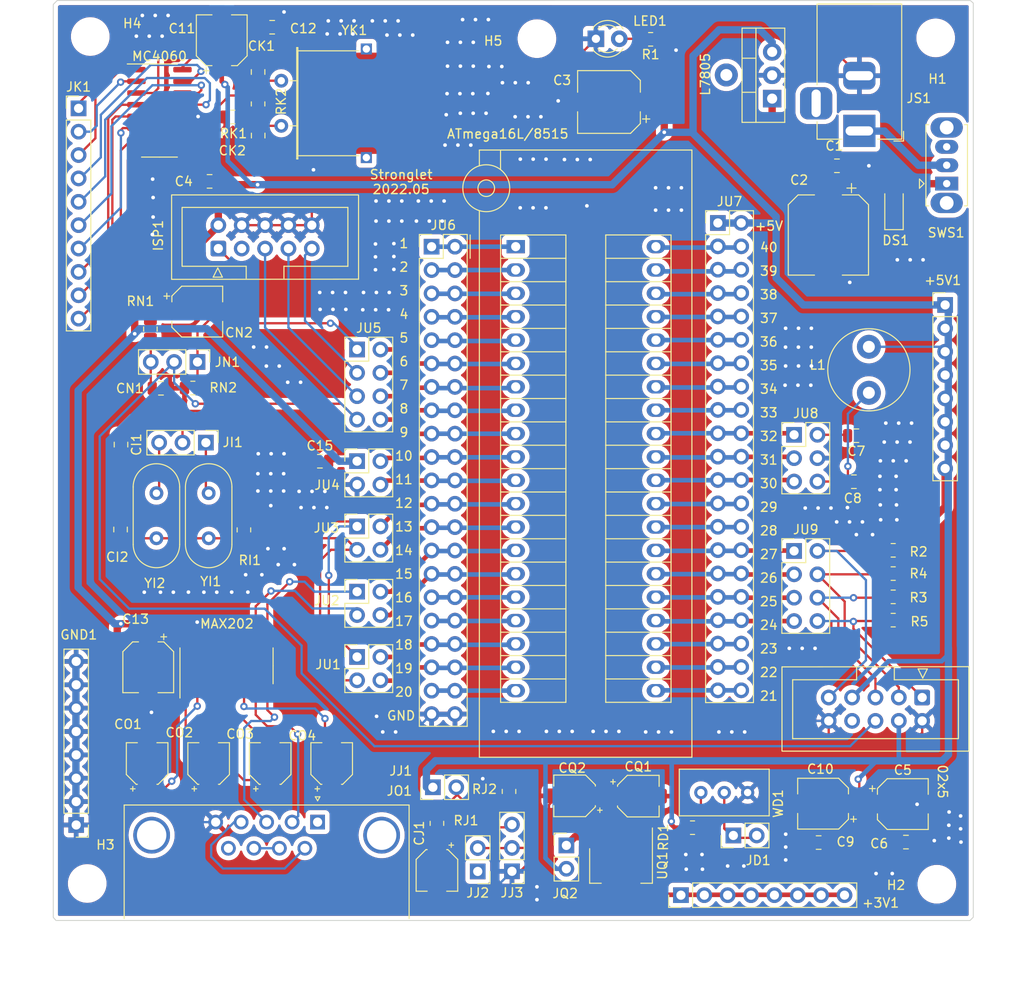
<source format=kicad_pcb>
(kicad_pcb (version 20211014) (generator pcbnew)
  (layers (0 "F.Cu" signal) (31 "B.Cu" signal) (34 "B.Paste" user) (35 "F.Paste" user) (36 "B.SilkS" user "B.Silkscreen") (37 "F.SilkS" user "F.Silkscreen") (38 "B.Mask" user) (39 "F.Mask" user) (44 "Edge.Cuts" user))
  (net 0 "")
  (net 1 "GND")
  (net 2 "JTAG_TCK")
  (net 3 "JTAG_TDO")
  (net 4 "5V")
  (net 5 "JTAG_TMS")
  (net 6 "ISP_RESET")
  (net 8 "JTAG_TDI")
  (net 9 "Net-(C1-Pad1)")
  (net 10 "Net-(C7-Pad2)")
  (net 11 "Net-(C8-Pad1)")
  (net 12 "X1")
  (net 13 "X2")
  (net 14 "Net-(CJ1-Pad1)")
  (net 15 "Net-(CK1-Pad1)")
  (net 16 "Net-(CK2-Pad1)")
  (net 17 "Net-(CN1-Pad1)")
  (net 18 "Net-(CN2-Pad2)")
  (net 19 "Net-(CO1-Pad1)")
  (net 20 "Net-(CO2-Pad1)")
  (net 21 "Net-(CO2-Pad2)")
  (net 22 "Net-(CO3-Pad1)")
  (net 23 "Net-(CO3-Pad2)")
  (net 24 "Net-(CO4-Pad2)")
  (net 25 "Net-(DS1-Pad2)")
  (net 26 "ISP_MOSI")
  (net 27 "ISP_SCK")
  (net 28 "ISP_MISO")
  (net 29 "Net-(JD1-Pad1)")
  (net 30 "Net-(JI1-Pad1)")
  (net 31 "Net-(JI1-Pad3)")
  (net 32 "Net-(JJ1-Pad2)")
  (net 34 "Net-(JJ2-Pad2)")
  (net 35 "Net-(JK1-Pad1)")
  (net 36 "Net-(JK1-Pad2)")
  (net 37 "Net-(JK1-Pad3)")
  (net 38 "Net-(JK1-Pad4)")
  (net 39 "Net-(JK1-Pad5)")
  (net 40 "Net-(JK1-Pad6)")
  (net 41 "Net-(JK1-Pad7)")
  (net 42 "Net-(JK1-Pad8)")
  (net 43 "Net-(JK1-Pad9)")
  (net 44 "Net-(JK1-Pad10)")
  (net 46 "Net-(JO1-Pad2)")
  (net 47 "Net-(JO1-Pad3)")
  (net 48 "Net-(JO1-Pad4)")
  (net 49 "Net-(JO1-Pad7)")
  (net 51 "Net-(JS1-Pad1)")
  (net 52 "Net-(ATmega16L/8515-Pad1)")
  (net 53 "Net-(ATmega16L/8515-Pad2)")
  (net 54 "RXD")
  (net 55 "Net-(ATmega16L/8515-Pad3)")
  (net 56 "TXD")
  (net 57 "Net-(ATmega16L/8515-Pad4)")
  (net 58 "Net-(ATmega16L/8515-Pad5)")
  (net 59 "Net-(ATmega16L/8515-Pad6)")
  (net 60 "Net-(ATmega16L/8515-Pad7)")
  (net 61 "Net-(ATmega16L/8515-Pad8)")
  (net 62 "Net-(ATmega16L/8515-Pad9)")
  (net 63 "Net-(ATmega16L/8515-Pad10)")
  (net 64 "Net-(ATmega16L/8515-Pad11)")
  (net 65 "Net-(ATmega16L/8515-Pad12)")
  (net 66 "Net-(ATmega16L/8515-Pad13)")
  (net 67 "Net-(ATmega16L/8515-Pad14)")
  (net 68 "Net-(ATmega16L/8515-Pad15)")
  (net 69 "Net-(ATmega16L/8515-Pad16)")
  (net 70 "Net-(ATmega16L/8515-Pad17)")
  (net 71 "Net-(ATmega16L/8515-Pad18)")
  (net 72 "Net-(ATmega16L/8515-Pad19)")
  (net 73 "Net-(ATmega16L/8515-Pad20)")
  (net 74 "Net-(ATmega16L/8515-Pad21)")
  (net 75 "Net-(ATmega16L/8515-Pad22)")
  (net 76 "Net-(ATmega16L/8515-Pad23)")
  (net 77 "Net-(ATmega16L/8515-Pad24)")
  (net 78 "Net-(ATmega16L/8515-Pad25)")
  (net 79 "Net-(ATmega16L/8515-Pad26)")
  (net 80 "Net-(ATmega16L/8515-Pad27)")
  (net 81 "Net-(ATmega16L/8515-Pad28)")
  (net 82 "Net-(ATmega16L/8515-Pad29)")
  (net 83 "Net-(ATmega16L/8515-Pad30)")
  (net 84 "Net-(ATmega16L/8515-Pad31)")
  (net 85 "Net-(ATmega16L/8515-Pad32)")
  (net 86 "Net-(ATmega16L/8515-Pad33)")
  (net 87 "Net-(ATmega16L/8515-Pad34)")
  (net 88 "Net-(ATmega16L/8515-Pad35)")
  (net 89 "Net-(ATmega16L/8515-Pad36)")
  (net 90 "Net-(ATmega16L/8515-Pad37)")
  (net 91 "Net-(ATmega16L/8515-Pad38)")
  (net 92 "Net-(ATmega16L/8515-Pad39)")
  (net 93 "Net-(ATmega16L/8515-Pad40)")
  (net 94 "Net-(LED1-Pad2)")
  (net 96 "Net-(MC4060-Pad10)")
  (net 97 "Net-(RD1-Pad2)")
  (net 102 "Net-(CQ1-Pad1)")
  (net 103 "Net-(CQ2-Pad1)")
  (footprint "MyPcbLibrary:PinHeader_1x02_P2.54mm_Vertical" (layer "F.Cu") (at 136.95 124.04 90)
    (fp_text reference "JJ1")
    (fp_text value "01x02")
  )
  (footprint "MyPcbLibrary:C_0805_2012Metric" (layer "F.Cu") (at 180.87 56.49)
    (fp_text reference "C1")
    (fp_text value "104")
  )
  (footprint "MyPcbLibrary:PinHeader_2x03_P2.54mm_Vertical" (layer "F.Cu") (at 176.21 85.73)
    (fp_text reference "JU8")
    (fp_text value "02x03")
  )
  (footprint "MyPcbLibrary:PinHeader_1x03_P2.54mm_Vertical" (layer "F.Cu") (at 145.545 133.175 180)
    (fp_text reference "JJ3")
    (fp_text value "01x03")
  )
  (footprint "MyPcbLibrary:R_0805_2012Metric" (layer "F.Cu") (at 106.245 74.235 -90)
    (fp_text reference "RN1")
    (fp_text value "5K1")
  )
  (footprint "MyPcbLibrary:R_0805_2012Metric" (layer "F.Cu") (at 137.39 127.965 -90)
    (fp_text reference "RJ1")
    (fp_text value "100")
  )
  (footprint "MyPcbLibrary:R_0805_2012Metric" (layer "F.Cu") (at 117.95 49.765 -90)
    (fp_text reference "RK2")
    (fp_text value "15M")
  )
  (footprint "MyPcbLibrary:CP_Elec_4x5.4" (layer "F.Cu") (at 105.89 121.46 90)
    (fp_text reference "CO1")
    (fp_text value "0.1uF")
  )
  (footprint "MyPcbLibrary:C_0805_2012Metric" (layer "F.Cu") (at 107.395 80.675)
    (fp_text reference "CN1")
    (fp_text value "104")
  )
  (footprint "MyPcbLibrary:C_0805_2012Metric" (layer "F.Cu") (at 182.98 85.83 180)
    (fp_text reference "C7")
    (fp_text value "104")
  )
  (footprint "MyPcbLibrary:PinHeader_1x02_P2.54mm_Vertical" (layer "F.Cu") (at 169.61 129.28 90)
    (fp_text reference "JD1")
    (fp_text value "01x02")
  )
  (footprint "MyPcbLibrary:MountingHole_3.2mm_M3" (layer "F.Cu") (at 191.6 42.59)
    (fp_text reference "H1")
    (fp_text value "MountingHole_3.2mm_M3")
  )
  (footprint "MyPcbLibrary:C_0805_2012Metric" (layer "F.Cu") (at 124.67 88.605)
    (fp_text reference "C15")
    (fp_text value "104")
  )
  (footprint "MyPcbLibrary:CP_Elec_4x5.4" (layer "F.Cu") (at 152.35 124.975 180)
    (fp_text reference "CQ2")
    (fp_text value "10uF")
  )
  (footprint "MyPcbLibrary:CP_Elec_5x5.4" (layer "F.Cu") (at 188.03 125.87)
    (fp_text reference "C5")
    (fp_text value "47uF")
  )
  (footprint "MyPcbLibrary:D_SOD-123" (layer "F.Cu") (at 187.07 61.18 90)
    (fp_text reference "DS1")
    (fp_text value "1N4007")
  )
  (footprint "MyPcbLibrary:C_0805_2012Metric" (layer "F.Cu") (at 119.48 41.43)
    (fp_text reference "C12")
    (fp_text value "104")
  )
  (footprint "MyPcbLibrary:C_0805_2012Metric" (layer "F.Cu") (at 182.71 90.83)
    (fp_text reference "C8")
    (fp_text value "104")
  )
  (footprint "MyPcbLibrary:C_0805_2012Metric" (layer "F.Cu") (at 188.37 130)
    (fp_text reference "C6")
    (fp_text value "104")
  )
  (footprint "MyPcbLibrary:TO-220-3_Vertical" (layer "F.Cu") (at 173.825 49.19 90)
    (fp_text reference "L7805")
    (fp_text value "L7805")
  )
  (footprint "MyPcbLibrary:R_0805_2012Metric" (layer "F.Cu") (at 160.62 42.745 180)
    (fp_text reference "R1")
    (fp_text value "680")
  )
  (footprint "MyPcbLibrary:PinHeader_1x10_P2.54mm_Vertical" (layer "F.Cu") (at 98.44 50.245)
    (fp_text reference "JK1")
    (fp_text value "01x10")
  )
  (footprint "MyPcbLibrary:CP_Elec_8x10.5" (layer "F.Cu") (at 179.94 64.015 -90)
    (fp_text reference "C2")
    (fp_text value "220uF")
  )
  (footprint "MyPcbLibrary:CP_Elec_6.3x5.4" (layer "F.Cu") (at 156.09 49.555 180)
    (fp_text reference "C3")
    (fp_text value "100uF")
  )
  (footprint "MyPcbLibrary:3M_Textool_240-1288-00-0602J_2x20_P2.54mm" (layer "F.Cu") (at 145.9525 65.2775)
    (fp_text reference "ATmega16L/8515")
    (fp_text value "ATmega16L/8515")
  )
  (footprint "MyPcbLibrary:R_0805_2012Metric" (layer "F.Cu") (at 165.17 128.435)
    (fp_text reference "RD1")
    (fp_text value "R")
  )
  (footprint "MyPcbLibrary:SW_Slide_1P2T_CK_OS102011MS2Q" (layer "F.Cu") (at 192.7975 58.43 90)
    (fp_text reference "SWS1")
    (fp_text value "SW_SPST")
  )
  (footprint "MyPcbLibrary:PinHeader_1x08_P2.54mm_Vertical" (layer "F.Cu") (at 163.91 135.77 90)
    (fp_text reference "+3V1")
    (fp_text value "01x08")
  )
  (footprint "MyPcbLibrary:PinHeader_2x04_P2.54mm_Vertical" (layer "F.Cu") (at 128.71 76.455)
    (fp_text reference "JU5")
    (fp_text value "02x04")
  )
  (footprint "MyPcbLibrary:IDC-Socket_2x05_P2.54mm" (layer "F.Cu") (at 118.71 64.175 90)
    (fp_text reference "ISP1")
    (fp_text value "02x05")
  )
  (footprint "MyPcbLibrary:MountingHole_3.2mm_M3" (layer "F.Cu") (at 99.71 42.44)
    (fp_text reference "H4")
    (fp_text value "MountingHole_3.2mm_M3")
  )
  (footprint "MyPcbLibrary:C_0805_2012Metric" (layer "F.Cu") (at 103 96.025 -90)
    (fp_text reference "CI2")
    (fp_text value "20pF")
  )
  (footprint "MyPcbLibrary:CP_Elec_4x5.4" (layer "F.Cu") (at 112.576666 121.46 90)
    (fp_text reference "CO2")
    (fp_text value "0.1uF")
  )
  (footprint "MyPcbLibrary:C_0805_2012Metric" (layer "F.Cu") (at 117.95 46.295 90)
    (fp_text reference "CK1")
    (fp_text value "30pF")
  )
  (footprint "MyPcbLibrary:CP_Elec_4x5.4" (layer "F.Cu") (at 119.263332 121.46 90)
    (fp_text reference "CO3")
    (fp_text value "0.1uF")
  )
  (footprint "MyPcbLibrary:DSUB-9_Female_Horizontal_P2.77x2.84mm_EdgePinOffset7.70mm_Housed_MountingHolesOffset9.12mm" (layer "F.Cu") (at 124.42 127.83)
    (fp_text reference "JO1")
    (fp_text value "RS-232")
  )
  (footprint "MyPcbLibrary:R_0805_2012Metric" (layer "F.Cu") (at 186.985 100.815)
    (fp_text reference "R4")
    (fp_text value "10K")
  )
  (footprint "MyPcbLibrary:CP_Elec_4x5.4" (layer "F.Cu") (at 159.28 125.005)
    (fp_text reference "CQ1")
    (fp_text value "10uF")
  )
  (footprint "MyPcbLibrary:BarrelJack_Horizontal" (layer "F.Cu") (at 183.3075 52.7 -90)
    (fp_text reference "JS1")
    (fp_text value "9V")
  )
  (footprint "MyPcbLibrary:PinHeader_2x02_P2.54mm_Vertical" (layer "F.Cu") (at 128.71 95.69)
    (fp_text reference "JU3")
    (fp_text value "02x02")
  )
  (footprint "MyPcbLibrary:Crystal_HC18-U_Horizontal_1EP_style2" (layer "F.Cu") (at 120.47 52.145 90)
    (fp_text reference "YK1")
    (fp_text value "2.048M")
  )
  (footprint "MyPcbLibrary:SOP-16_3.9x9.9mm_P1.27mm" (layer "F.Cu") (at 114.52 110.84 90)
    (fp_text reference "MAX202")
    (fp_text value "MAX202")
  )
  (footprint "MyPcbLibrary:PinHeader_2x02_P2.54mm_Vertical" (layer "F.Cu") (at 128.71 88.5975)
    (fp_text reference "JU4")
    (fp_text value "02x02")
  )
  (footprint "MyPcbLibrary:CP_Elec_5x5.4" (layer "F.Cu") (at 106.01 111 -90)
    (fp_text reference "C13")
    (fp_text value "47uF")
  )
  (footprint "MyPcbLibrary:L_Radial_D8.7mm_P5.00mm_Fastron_07HCP" (layer "F.Cu") (at 184.34 81.165 90)
    (fp_text reference "L1")
    (fp_text value "10mH")
  )
  (footprint "MyPcbLibrary:Crystal_HC18-U_Vertical" (layer "F.Cu") (at 112.58 96.975 90)
    (fp_text reference "YI1")
    (fp_text value "1")
  )
  (footprint "MyPcbLibrary:CP_Elec_4x5.4" (layer "F.Cu") (at 137.39 133.08 -90)
    (fp_text reference "CJ1")
    (fp_text value "10uF")
  )
  (footprint "MyPcbLibrary:PinHeader_1x08_P2.54mm_Vertical" (layer "F.Cu") (at 98.18 128.14 180)
    (fp_text reference "GND1")
    (fp_text value "01x08")
  )
  (footprint "MyPcbLibrary:Potentiometer_Bourns_3296W_Vertical" (layer "F.Cu") (at 166.08 124.615 180)
    (fp_text reference "WD1")
    (fp_text value "RD_P")
  )
  (footprint "MyPcbLibrary:PinHeader_1x02_P2.54mm_Vertical" (layer "F.Cu") (at 151.46 130.36)
    (fp_text reference "JQ2")
    (fp_text value "01x02")
  )
  (footprint "MyPcbLibrary:R_0805_2012Metric" (layer "F.Cu") (at 115.21 51.185)
    (fp_text reference "RK1")
    (fp_text value "1K")
  )
  (footprint "MyPcbLibrary:PinHeader_2x21_P2.54mm_Vertical" (layer "F.Cu") (at 136.81 65.285)
    (fp_text reference "JU6")
    (fp_text value "02x21")
  )
  (footprint "MyPcbLibrary:CP_Elec_4x5.4" (layer "F.Cu") (at 125.95 121.46 90)
    (fp_text reference "CO4")
    (fp_text value "0.1uF")
  )
  (footprint "Package_TO_SOT_SMD:SOT-223-3_TabPin2" (layer "F.Cu") (at 157.4 132.565 -90)
    (fp_text reference "UQ1")
    (fp_text value "AMS1117-3.3")
  )
  (footprint "MyPcbLibrary:C_0805_2012Metric" (layer "F.Cu") (at 178.88 130.05 180)
    (fp_text reference "C9")
    (fp_text value "104")
  )
  (footprint "MyPcbLibrary:MountingHole_3.2mm_M3" (layer "F.Cu") (at 191.73 134.58)
    (fp_text reference "H2")
    (fp_text value "MountingHole_3.2mm_M3")
  )
  (footprint "MyPcbLibrary:R_0805_2012Metric" (layer "F.Cu") (at 186.985 103.345)
    (fp_text reference "R3")
    (fp_text value "10K")
  )
  (footprint "MyPcbLibrary:IDC-Socket_2x05_P2.54mm" (layer "F.Cu") (at 185.055 115.595 -90)
    (fp_text reference "02x5")
    (fp_text value "JTAG")
  )
  (footprint "MyPcbLibrary:PinHeader_1x03_P2.54mm_Vertical" (layer "F.Cu") (at 112.275 86.585 -90)
    (fp_text reference "JI1")
    (fp_text value "01x03")
  )
  (footprint "MyPcbLibrary:PinHeader_1x02_P2.54mm_Vertical" (layer "F.Cu") (at 141.825 133.19 180)
    (fp_text reference "JJ2")
    (fp_text value "01x02")
  )
  (footprint "MyPcbLibrary:PinHeader_2x04_P2.54mm_Vertical" (layer "F.Cu") (at 176.21 98.355)
    (fp_text reference "JU9")
    (fp_text value "02x04")
  )
  (footprint "MyPcbLibrary:MountingHole_3.2mm_M3" (layer "F.Cu") (at 99.38 134.5)
    (fp_text reference "H3")
    (fp_text value "MountingHole_3.2mm_M3")
  )
  (footprint "MyPcbLibrary:PinHeader_2x02_P2.54mm_Vertical" (layer "F.Cu") (at 128.71 102.7825)
    (fp_text reference "JU2")
    (fp_text value "02x02")
  )
  (footprint "MyPcbLibrary:C_0805_2012Metric" (layer "F.Cu") (at 117.96 53.205 -90)
    (fp_text reference "CK2")
    (fp_text value "30pF")
  )
  (footprint "MyPcbLibrary:MountingHole_3.2mm_M3" (layer "F.Cu") (at 148.26 42.67)
    (fp_text reference "H5")
    (fp_text value "MountingHole_3.2mm_M3")
  )
  (footprint "MyPcbLibrary:R_0805_2012Metric" (layer "F.Cu") (at 116.41 96.065 -90)
    (fp_text reference "RI1")
    (fp_text value "1M")
  )
  (footprint "MyPcbLibrary:SOP-16_3.9x9.9mm_P1.27mm" (layer "F.Cu") (at 107.23 50.485)
    (fp_text reference "MC4060")
    (fp_text value "MC74HC4060")
  )
  (footprint "MyPcbLibrary:Crystal_HC18-U_Vertical" (layer "F.Cu") (at 106.9 96.975 90)
    (fp_text reference "YI2")
    (fp_text value "2")
  )
  (footprint "MyPcbLibrary:R_0805_2012Metric" (layer "F.Cu") (at 186.985 105.875)
    (fp_text reference "R5")
    (fp_text value "10K")
  )
  (footprint "MyPcbLibrary:C_0805_2012Metric" (layer "F.Cu") (at 112.68 58.185 180)
    (fp_text reference "C4")
    (fp_text value "104")
  )
  (footprint "MyPcbLibrary:CP_Elec_5x5.4" (layer "F.Cu") (at 179.36 125.825 180)
    (fp_text reference "C10")
    (fp_text value "47uF")
  )
  (footprint "MyPcbLibrary:R_0805_2012Metric" (layer "F.Cu") (at 110.86 80.645 180)
    (fp_text reference "RN2")
    (fp_text value "5K1")
  )
  (footprint "MyPcbLibrary:CP_Elec_5x5.4" (layer "F.Cu") (at 111.34 72.34)
    (fp_text reference "CN2")
    (fp_text value "22uF")
  )
  (footprint "MyPcbLibrary:R_0805_2012Metric" (layer "F.Cu") (at 145.225 124.495 90)
    (fp_text reference "RJ2")
    (fp_text value "4K7")
  )
  (footprint "MyPcbLibrary:CP_Elec_5x5.4" (layer "F.Cu") (at 114 42.845 90)
    (fp_text reference "C11")
    (fp_text value "47uF")
  )
  (footprint "MyPcbLibrary:LED_D3.0mm" (layer "F.Cu") (at 154.67 42.685)
    (fp_text reference "LED1")
    (fp_text value "LED")
  )
  (footprint "MyPcbLibrary:R_0805_2012Metric" (layer "F.Cu") (at 186.985 98.285)
    (fp_text reference "R2")
    (fp_text value "10K")
  )
  (footprint "MyPcbLibrary:PinHeader_2x02_P2.54mm_Vertical" (layer "F.Cu") (at 128.71 109.875)
    (fp_text reference "JU1")
    (fp_text value "02x02")
  )
  (footprint "MyPcbLibrary:PinHeader_1x03_P2.54mm_Vertical" (layer "F.Cu") (at 111.365 77.815 -90)
    (fp_text reference "JN1")
    (fp_text value "01x03")
  )
  (footprint "MyPcbLibrary:PinHeader_1x08_P2.54mm_Vertical" (layer "F.Cu") (at 192.63 71.615)
    (fp_text reference "+5V1")
    (fp_text value "01x08")
  )
  (footprint "MyPcbLibrary:PinHeader_2x21_P2.54mm_Vertical" (layer "F.Cu") (at 167.925 62.705)
    (fp_text reference "JU7")
    (fp_text value "02x21")
  )
  (footprint "MyPcbLibrary:C_0805_2012Metric" (layer "F.Cu") (at 103.05 86.795 -90)
    (fp_text reference "CI1")
    (fp_text value "20pF")
  )
  (gr_poly (pts (xy 195.689964 138.164922) (xy 195.329964 138.524922) (xy 95.98 138.52) (xy 95.689964 138.184922) (xy 95.69 38.95) (xy 96.12 38.52) (xy 195.37 38.53) (xy 195.69 38.81)) (layer "Edge.Cuts") (width 0.1) (fill none))
  (gr_text "24" (at 173.465 106.421) (layer "F.SilkS") (effects (font (size 1 1))))
  (gr_text "9" (at 133.8 85.461) (layer "F.SilkS") (effects (font (size 1 1))))
  (gr_text "4" (at 133.8 72.631) (layer "F.SilkS") (effects (font (size 1 1))))
  (gr_text "15" (at 133.8 100.857) (layer "F.SilkS") (effects (font (size 1 1))))
  (gr_text "2" (at 133.8 67.499) (layer "F.SilkS") (effects (font (size 1 1))))
  (gr_text "31" (at 173.465 88.459) (layer "F.SilkS") (effects (font (size 1 1))))
  (gr_text "33" (at 173.465 83.327) (layer "F.SilkS") (effects (font (size 1 1))))
  (gr_text "32" (at 173.465 85.893) (layer "F.SilkS") (effects (font (size 1 1))))
  (gr_text "37" (at 173.465 73.063) (layer "F.SilkS") (effects (font (size 1 1))))
  (gr_text "8" (at 133.8 82.895) (layer "F.SilkS") (effects (font (size 1 1))))
  (gr_text "12" (at 133.8 93.159) (layer "F.SilkS") (effects (font (size 1 1))))
  (gr_text "39" (at 173.465 67.931) (layer "F.SilkS") (effects (font (size 1 1))))
  (gr_text "21" (at 173.465 114.119) (layer "F.SilkS") (effects (font (size 1 1))))
  (gr_text "38" (at 173.465 70.497) (layer "F.SilkS") (effects (font (size 1 1))))
  (gr_text "27" (at 173.465 98.723) (layer "F.SilkS") (effects (font (size 1 1))))
  (gr_text "28" (at 173.465 96.157) (layer "F.SilkS") (effects (font (size 1 1))))
  (gr_text "25" (at 173.465 103.855) (layer "F.SilkS") (effects (font (size 1 1))))
  (gr_text "11" (at 133.8 90.593) (layer "F.SilkS") (effects (font (size 1 1))))
  (gr_text "34" (at 173.465 80.761) (layer "F.SilkS") (effects (font (size 1 1))))
  (gr_text "3" (at 133.8 70.065) (layer "F.SilkS") (effects (font (size 1 1))))
  (gr_text "14" (at 133.8 98.291) (layer "F.SilkS") (effects (font (size 1 1))))
  (gr_text "40" (at 173.465 65.365) (layer "F.SilkS") (effects (font (size 1 1))))
  (gr_text "35" (at 173.465 78.195) (layer "F.SilkS") (effects (font (size 1 1))))
  (gr_text "30" (at 173.465 91.025) (layer "F.SilkS") (effects (font (size 1 1))))
  (gr_text "7" (at 133.8 80.329) (layer "F.SilkS") (effects (font (size 1 1))))
  (gr_text "13" (at 133.8 95.725) (layer "F.SilkS") (effects (font (size 1 1))))
  (gr_text "17" (at 133.8 105.989) (layer "F.SilkS") (effects (font (size 1 1))))
  (gr_text "19" (at 133.8 111.121) (layer "F.SilkS") (effects (font (size 1 1))))
  (gr_text "6" (at 133.8 77.763) (layer "F.SilkS") (effects (font (size 1 1))))
  (gr_text "Stronglet\n2022.05" (at 133.5 58.25) (layer "F.SilkS") (effects (font (size 1 1))))
  (gr_text "26" (at 173.465 101.289) (layer "F.SilkS") (effects (font (size 1 1))))
  (gr_text "5" (at 133.8 75.197) (layer "F.SilkS") (effects (font (size 1 1))))
  (gr_text "23" (at 173.465 108.987) (layer "F.SilkS") (effects (font (size 1 1))))
  (gr_text "18" (at 133.8 108.555) (layer "F.SilkS") (effects (font (size 1 1))))
  (gr_text "10\n" (at 133.8 88.027) (layer "F.SilkS") (effects (font (size 1 1))))
  (gr_text "20" (at 133.8 113.687) (layer "F.SilkS") (effects (font (size 1 1))))
  (gr_text "29" (at 173.465 93.591) (layer "F.SilkS") (effects (font (size 1 1))))
  (gr_text "36" (at 173.465 75.629) (layer "F.SilkS") (effects (font (size 1 1))))
  (gr_text "+5V" (at 173.48 63.035) (layer "F.SilkS") (effects (font (size 1 1))))
  (gr_text "1" (at 133.8 64.933) (layer "F.SilkS") (effects (font (size 1 1))))
  (gr_text "22" (at 173.465 111.553) (layer "F.SilkS") (effects (font (size 1 1))))
  (gr_text "GND" (at 133.5 116.265) (layer "F.SilkS") (effects (font (size 1 1))))
  (gr_text "16" (at 133.8 103.423) (layer "F.SilkS") (effects (font (size 1 1))))
  (segment (start 100.66 85.445) (end 103.58 82.525) (width 0.25) (layer "F.Cu") (net 1))
  (segment (start 120.77 39.77) (end 120.78 39.78) (width 0.25) (layer "F.Cu") (net 1))
  (segment (start 148.355 120.71) (end 150.55 122.905) (width 0.25) (layer "F.Cu") (net 1))
  (segment (start 100.66 85.445) (end 100.66 77.29) (width 0.25) (layer "F.Cu") (net 1))
  (segment (start 149.57 130.04) (end 149.57 125.955) (width 0.25) (layer "F.Cu") (net 1))
  (segment (start 106.265 54.93) (end 104.73 54.93) (width 0.25) (layer "F.Cu") (net 1))
  (segment (start 129.03 123.26) (end 131.58 120.71) (width 0.25) (layer "F.Cu") (net 1))
  (segment (start 163.38 55.145) (end 157.68 60.845) (width 0.25) (layer "F.Cu") (net 1))
  (segment (start 111.73 61.72) (end 111.73 58.185) (width 0.25) (layer "F.Cu") (net 1))
  (segment (start 109.328928 51.12) (end 107.36 53.088928) (width 0.25) (layer "F.Cu") (net 1))
  (segment (start 190.135 116.825) (end 190.135 118.11) (width 0.25) (layer "F.Cu") (net 1))
  (segment (start 185.92 46.7) (end 187.24 48.02) (width 0.25) (layer "F.Cu") (net 1))
  (segment (start 123.97 56.925) (end 123.8 57.095) (width 0.25) (layer "F.Cu") (net 1))
  (segment (start 102.21 95.075) (end 100.66 93.525) (width 0.25) (layer "F.Cu") (net 1))
  (segment (start 108.345 80.675) (end 109.8925 80.675) (width 0.25) (layer "F.Cu") (net 1))
  (segment (start 109.8925 80.675) (end 109.9425 80.625) (width 0.25) (layer "F.Cu") (net 1))
  (segment (start 111.73 58.185) (end 111.73 57.075) (width 0.25) (layer "F.Cu") (net 1))
  (segment (start 120.28 57.095) (end 123.79 60.605) (width 0.25) (layer "F.Cu") (net 1))
  (segment (start 150.69 49.555) (end 150.57 49.435) (width 0.25) (layer "F.Cu") (net 1))
  (segment (start 109.73 51.12) (end 109.328928 51.12) (width 0.25) (layer "F.Cu") (net 1))
  (segment (start 100.66 93.525) (end 100.66 85.445) (width 0.25) (layer "F.Cu") (net 1))
  (segment (start 187.24 48.02) (end 187.24 54.94) (width 0.25) (layer "F.Cu") (net 1))
  (segment (start 189.58 130.99) (end 189.58 125.89) (width 0.25) (layer "F.Cu") (net 1))
  (segment (start 106.01 115.55) (end 106.01 113.2) (width 0.25) (layer "F.Cu") (net 1))
  (segment (start 150.57 46.785) (end 150.57 49.435) (width 0.25) (layer "F.Cu") (net 1))
  (segment (start 108.345 82.12) (end 108.345 80.675) (width 0.25) (layer "F.Cu") (net 1))
  (segment (start 174.84 120.055) (end 174.84 123.105) (width 0.25) (layer "F.Cu") (net 1))
  (segment (start 167.63 39.55) (end 176.1575 39.55) (width 0.25) (layer "F.Cu") (net 1))
  (segment (start 135.17 39.78) (end 144.825 49.435) (width 0.25) (layer "F.Cu") (net 1))
  (segment (start 177.82 129.365) (end 177.82 130.345) (width 0.25) (layer "F.Cu") (net 1))
  (segment (start 179.975 116.825) (end 178.07 116.825) (width 0.25) (layer "F.Cu") (net 1))
  (segment (start 163.38 43.92) (end 163.38 55.145) (width 0.25) (layer "F.Cu") (net 1))
  (segment (start 177.56 125.825) (end 177.56 129.105) (width 0.25) (layer "F.Cu") (net 1))
  (segment (start 109.43 83.135) (end 118.25 83.135) (width 0.25) (layer "F.Cu") (net 1))
  (segment (start 172.83 126.285) (end 177.1 126.285) (width 0.25) (layer "F.Cu") (net 1))
  (segment (start 161.08 121.975) (end 161.08 125.005) (width 0.25) (layer "F.Cu") (net 1))
  (segment (start 183.3075 46.7) (end 185.92 46.7) (width 0.25) (layer "F.Cu") (net 1))
  (segment (start 107.985 58.185) (end 111.73 58.185) (width 0.25) (layer "F.Cu") (net 1))
  (segment (start 154.67 42.685) (end 150.57 46.785) (width 0.25) (layer "F.Cu") (net 1))
  (segment (start 106.36 115.9) (end 106.01 115.55) (width 0.25) (layer "F.Cu") (net 1))
  (segment (start 174.84 123.105) (end 177.56 125.825) (width 0.25) (layer "F.Cu") (net 1))
  (segment (start 144.825 49.435) (end 150.57 49.435) (width 0.25) (layer "F.Cu") (net 1))
  (segment (start 103 95.075) (end 102.21 95.075) (width 0.25) (layer "F.Cu") (net 1))
  (segment (start 163.38 43.92) (end 163.38 43.8) (width 0.25) (layer "F.Cu") (net 1))
  (segment (start 103.05 95.025) (end 103 95.075) (width 0.25) (layer "F.Cu") (net 1))
  (segment (start 119.475 45.345) (end 117.95 45.345) (width 0.25) (layer "F.Cu") (net 1))
  (segment (start 181.4 69.175) (end 179.94 67.715) (width 0.25) (layer "F.Cu") (net 1))
  (segment (start 111.345 106.105) (end 111.33 106.09) (width 0.25) (layer "F.Cu") (net 1))
  (segment (start 117.88 54.235) (end 117.88 56.745) (width 0.25) (layer "F.Cu") (net 1))
  (segment (start 153.29 49.555) (end 150.69 49.555) (width 0.25) (layer "F.Cu") (net 1))
  (segment (start 176.1575 39.55) (end 183.3075 46.7) (width 0.25) (layer "F.Cu") (net 1))
  (segment (start 179.975 118.24) (end 179.975 116.825) (width 0.25) (layer "F.Cu") (net 1))
  (segment (start 184.34 56.49) (end 181.82 56.49) (width 0.25) (layer "F.Cu") (net 1))
  (segment (start 178.07 116.825) (end 174.84 120.055) (width 0.25) (layer "F.Cu") (net 1))
  (segment (start 120.76 39.76) (end 115.285 39.76) (width 0.25) (layer "F.Cu") (net 1))
  (segment (start 120.78 39.78) (end 135.17 39.78) (width 0.25) (layer "F.Cu") (net 1))
  (segment (start 103.05 87.745) (end 103.05 95.025) (width 0.25) (layer "F.Cu") (net 1))
  (segment (start 182.25 69.175) (end 181.4 69.175) (width 0.25) (layer "F.Cu") (net 1))
  (segment (start 108.345 82.05) (end 109.43 83.135) (width 0.25) (layer "F.Cu") (net 1))
  (segment (start 123.8 57.095) (end 120.28 57.095) (width 0.25) (layer "F.Cu") (net 1))
  (segment (start 183.93 84.375) (end 183.93 85.83) (width 0.25) (layer "F.Cu") (net 1))
  (segment (start 107.36 53.835) (end 106.265 54.93) (width 0.25) (layer "F.Cu") (net 1))
  (segment (start 117.96 54.155) (end 117.88 54.235) (width 0.25) (layer "F.Cu") (net 1))
  (segment (start 182.26 69.165) (end 182.25 69.175) (width 0.25) (layer "F.Cu") (net 1))
  (segment (start 103.49 69.96) (end 111.73 61.72) (width 0.25) (layer "F.Cu") (net 1))
  (segment (start 118.25 83.135) (end 123.72 88.605) (width 0.25) (layer "F.Cu") (net 1))
  (segment (start 111.73 57.075) (end 112.06 56.745) (width 0.25) (layer "F.Cu") (net 1))
  (segment (start 123.79 60.605) (end 123.79 62.945) (width 0.25) (layer "F.Cu") (net 1))
  (segment (start 107.94 82.525) (end 108.345 82.12) (width 0.25) (layer "F.Cu") (net 1))
  (segment (start 119.93 56.745) (end 120.28 57.095) (width 0.25) (layer "F.Cu") (net 1))
  (segment (start 150.55 122.905) (end 152.5 120.955) (width 0.25) (layer "F.Cu") (net 1))
  (segment (start 181.215 119.48) (end 179.975 118.24) (width 0.25) (layer "F.Cu") (net 1))
  (segment (start 188.855 131.715) (end 189.58 130.99) (width 0.25) (layer "F.Cu") (net 1))
  (segment (start 157.68 60.845) (end 153.69 60.845) (width 0.25) (layer "F.Cu") (net 1))
  (segment (start 183.94 85.84) (end 183.94 90.83) (width 0.25) (layer "F.Cu") (net 1))
  (segment (start 177.1 126.285) (end 177.56 125.825) (width 0.25) (layer "F.Cu") (net 1))
  (segment (start 112.06 56.745) (end 117.88 56.745) (width 0.25) (layer "F.Cu") (net 1))
  (segment (start 107.36 53.088928) (end 107.36 53.835) (width 0.25) (layer "F.Cu") (net 1))
  (segment (start 179.94 67.715) (end 179.94 80.385) (width 0.25) (layer "F.Cu") (net 1))
  (segment (start 171.16 124.615) (end 172.83 126.285) (width 0.25) (layer "F.Cu") (net 1))
  (segment (start 177.56 129.105) (end 177.82 129.365) (width 0.25) (layer "F.Cu") (net 1))
  (segment (start 179.94 80.385) (end 183.93 84.375) (width 0.25) (layer "F.Cu") (net 1))
  (segment (start 120.77 39.77) (end 120.76 39.76) (width 0.25) (layer "F.Cu") (net 1))
  (segment (start 144.395 136.375) (end 145.545 135.225) (width 0.25) (layer "F.Cu") (net 1))
  (segment (start 103.49 74.46) (end 103.49 69.96) (width 0.25) (layer "F.Cu") (net 1))
  (segment (start 163.38 43.8) (end 167.63 39.55) (width 0.25) (layer "F.Cu") (net 1))
  (segment (start 160.06 120.955) (end 161.08 121.975) (width 0.25) (layer "F.Cu") (net 1))
  (segment (start 150.55 124.975) (end 150.55 122.905) (width 0.25) (layer "F.Cu") (net 1))
  (segment (start 131.58 120.71) (end 148.355 120.71) (width 0.25) (layer "F.Cu") (net 1))
  (segment (start 145.545 133.175) (end 146.435 133.175) (width 0.25) (layer "F.Cu") (net 1))
  (segment (start 152.5 120.955) (end 160.06 120.955) (width 0.25) (layer "F.Cu") (net 1))
  (segment (start 115.285 39.76) (end 114 41.045) (width 0.25) (layer "F.Cu") (net 1))
  (segment (start 177.82 130.345) (end 179.19 131.715) (width 0.25) (layer "F.Cu") (net 1))
  (segment (start 125.95 123.26) (end 129.03 123.26) (width 0.25) (layer "F.Cu") (net 1))
  (segment (start 188.765 119.48) (end 181.215 119.48) (width 0.25) (layer "F.Cu") (net 1))
  (segment (start 103.58 82.525) (end 107.94 82.525) (width 0.25) (layer "F.Cu") (net 1))
  (segment (start 109.73 51.12) (end 111.415 51.12) (width 0.25) (layer "F.Cu") (net 1))
  (segment (start 116.17 62.945) (end 123.79 62.945) (width 0.25) (layer "F.Cu") (net 1))
  (segment (start 111.415 51.12) (end 111.43 51.135) (width 0.25) (layer "F.Cu") (net 1))
  (segment (start 108.345 80.675) (end 108.345 82.05) (width 0.25) (layer "F.Cu") (net 1))
  (segment (start 185.69 56.49) (end 184.34 56.49) (width 0.25) (layer "F.Cu") (net 1))
  (segment (start 179.19 131.715) (end 188.855 131.715) (width 0.25) (layer "F.Cu") (net 1))
  (segment (start 120.77 39.77) (end 120.68 39.86) (width 0.25) (layer "F.Cu") (net 1))
  (segment (start 100.66 77.29) (end 103.49 74.46) (width 0.25) (layer "F.Cu") (net 1))
  (segment (start 120.68 44.14) (end 119.475 45.345) (width 0.25) (layer "F.Cu") (net 1))
  (segment (start 104.73 54.93) (end 107.985 58.185) (width 0.25) (layer "F.Cu") (net 1))
  (segment (start 138.885 136.375) (end 144.395 136.375) (width 0.25) (layer "F.Cu") (net 1))
  (segment (start 190.135 118.11) (end 188.765 119.48) (width 0.25) (layer "F.Cu") (net 1))
  (segment (start 117.88 56.745) (end 119.93 56.745) (width 0.25) (layer "F.Cu") (net 1))
  (segment (start 146.435 133.175) (end 149.57 130.04) (width 0.25) (layer "F.Cu") (net 1))
  (segment (start 149.57 125.955) (end 150.55 124.975) (width 0.25) (layer "F.Cu") (net 1))
  (segment (start 111.345 108.34) (end 111.345 106.105) (width 0.25) (layer "F.Cu") (net 1))
  (segment (start 187.24 54.94) (end 185.69 56.49) (width 0.25) (layer "F.Cu") (net 1))
  (segment (start 125.95 123.26) (end 126.31 123.26) (width 0.25) (layer "F.Cu") (net 1))
  (segment (start 183.93 85.83) (end 183.94 85.84) (width 0.25) (layer "F.Cu") (net 1))
  (segment (start 120.68 39.86) (end 120.68 44.14) (width 0.25) (layer "F.Cu") (net 1))
  (segment (start 137.39 134.88) (end 138.885 136.375) (width 0.25) (layer "F.Cu") (net 1))
  (segment (start 145.545 135.225) (end 145.545 133.175) (width 0.25) (layer "F.Cu") (net 1))
  (via (at 106.54 59.94) (size 0.8) (drill 0.4) (layers "F.Cu" "B.Cu") (net 1))
  (via (at 186.99 88.56) (size 0.8) (drill 0.4) (layers "F.Cu" "B.Cu") (net 1))
  (via (at 178.82 93.69) (size 0.8) (drill 0.4) (layers "F.Cu" "B.Cu") (net 1))
  (via (at 132.9 118.03) (size 0.8) (drill 0.4) (layers "F.Cu" "B.Cu") (net 1))
  (via (at 139.67 54.24) (size 0.8) (drill 0.4) (layers "F.Cu" "B.Cu") (net 1))
  (via (at 161.16 58.88) (size 0.8) (drill 0.4) (layers "F.Cu" "B.Cu") (net 1))
  (via (at 132.71 66.35) (size 0.8) (drill 0.4) (layers "F.Cu" "B.Cu") (net 1))
  (via (at 132.17 62.5) (size 0.8) (drill 0.4) (layers "F.Cu" "B.Cu") (net 1))
  (via (at 139.94 43.07) (size 0.8) (drill 0.4) (layers "F.Cu" "B.Cu") (net 1))
  (via (at 124.65 70.26) (size 0.8) (drill 0.4) (layers "F.Cu" "B.Cu") (net 1))
  (via (at 130.83 116.33) (size 0.8) (drill 0.4) (layers "F.Cu" "B.Cu") (net 1))
  (via (at 141.33 50.78) (size 0.8) (drill 0.4) (layers "F.Cu" "B.Cu") (net 1))
  (via (at 187.41 86.52) (size 0.8) (drill 0.4) (layers "F.Cu" "B.Cu") (net 1))
  (via (at 139.94 45.66) (size 0.8) (drill 0.4) (layers "F.Cu" "B.Cu") (net 1))
  (via (at 125.21 91.88) (size 0.8) (drill 0.4) (layers "F.Cu" "B.Cu") (net 1))
  (via (at 178.03 80.34) (size 0.8) (drill 0.4) (layers "F.Cu" "B.Cu") (net 1))
  (via (at 185.59 88.56) (size 0.8) (drill 0.4) (layers "F.Cu" "B.Cu") (net 1))
  (via (at 144.44 45.7) (size 0.8) (drill 0.4) (layers "F.Cu" "B.Cu") (net 1))
  (via (at 130.71 67.79) (size 0.8) (drill 0.4) (layers "F.Cu" "B.Cu") (net 1))
  (via (at 144.51 47.46) (size 0.8) (drill 0.4) (layers "F.Cu" "B.Cu") (net 1))
  (via (at 189.58 125.89) (size 0.8) (drill 0.4) (layers "F.Cu" "B.Cu") (net 1))
  (via (at 131.5 118.03) (size 0.8) (drill 0.4) (layers "F.Cu" "B.Cu") (net 1))
  (via (at 163.38 43.92) (size 0.8) (drill 0.4) (layers "F.Cu" "B.Cu") (net 1))
  (via (at 191.45 129.84) (size 0.8) (drill 0.4) (layers "F.Cu" "B.Cu") (net 1))
  (via (at 106.54 62.06) (size 0.8) (drill 0.4) (layers "F.Cu" "B.Cu") (net 1))
  (via (at 132.13 72.14) (size 0.8) (drill 0.4) (layers "F.Cu" "B.Cu") (net 1))
  (via (at 146.32 117.97) (size 0.8) (drill 0.4) (layers "F.Cu" "B.Cu") (net 1))
  (via (at 161.48 118.03) (size 0.8) (drill 0.4) (layers "F.Cu" "B.Cu") (net 1))
  (via (at 187.58 84.46) (size 0.8) (drill 0.4) (layers "F.Cu" "B.Cu") (net 1))
  (via (at 123.81 91.88) (size 0.8) (drill 0.4) (layers "F.Cu" "B.Cu") (net 1))
  (via (at 120.14 99.84) (size 0.8) (drill 0.4) (layers "F.Cu" "B.Cu") (net 1))
  (via (at 120.77 39.77) (size 0.8) (drill 0.4) (layers "F.Cu" "B.Cu") (net 1))
  (via (at 184.34 56.49) (size 0.8) (drill 0.4) (layers "F.Cu" "B.Cu") (net 1))
  (via (at 120.73 89.96) (size 0.8) (drill 0.4) (layers "F.Cu" "B.Cu") (net 1))
  (via (at 125.42 93.64) (size 0.8) (drill 0.4) (layers "F.Cu" "B.Cu") (net 1))
  (via (at 126.05 70.26) (size 0.8) (drill 0.4) (layers "F.Cu" "B.Cu") (net 1))
  (via (at 106.46 63.96) (size 0.8) (drill 0.4) (layers "F.Cu" "B.Cu") (net 1))
  (via (at 180.84 95.2) (size 0.8) (drill 0.4) (layers "F.Cu" "B.Cu") (net 1))
  (via (at 132.17 60.32) (size 0.8) (drill 0.4) (layers "F.Cu" "B.Cu") (net 1))
  (via (at 185.54 91.7) (size 0.8) (drill 0.4) (layers "F.Cu" "B.Cu") (net 1))
  (via (at 119.33 91.84) (size 0.8) (drill 0.4) (layers "F.Cu" "B.Cu") (net 1))
  (via (at 186.88 133.42) (size 0.8) (drill 0.4) (layers "F.Cu" "B.Cu") (net 1))
  (via (at 122.62 93.64) (size 0.8) (drill 0.4) (layers "F.Cu" "B.Cu") (net 1))
  (via (at 178.09 74.15) (size 0.8) (drill 0.4) (layers "F.Cu" "B.Cu") (net 1))
  (via (at 168.99 132.6) (size 0.8) (drill 0.4) (layers "F.Cu" "B.Cu") (net 1))
  (via (at 130.81 70.26) (size 0.8) (drill 0.4) (layers "F.Cu" "B.Cu") (net 1))
  (via (at 120.78 98.11) (size 0.8) (drill 0.4) (layers "F.Cu" "B.Cu") (net 1))
  (via (at 141.58 40.6) (size 0.8) (drill 0.4) (layers "F.Cu" "B.Cu") (net 1))
  (via (at 141.29 48.65) (size 0.8) (drill 0.4) (layers "F.Cu" "B.Cu") (net 1))
  (via (at 162.56 58.88) (size 0.8) (drill 0.4) (layers "F.Cu" "B.Cu") (net 1))
  (via (at 107.52 42.4) (size 0.8) (drill 0.4) (layers "F.Cu" "B.Cu") (net 1))
  (via (at 120.73 91.84) (size 0.8) (drill 0.4) (layers "F.Cu" "B.Cu") (net 1))
  (via (at 175.3 131.94) (size 0.8) (drill 0.4) (layers "F.Cu" "B.Cu") (net 1))
  (via (at 116.6 100.94) (size 0.8) (drill 0.4) (layers "F.Cu" "B.Cu") (net 1))
  (via (at 166.25 132.95) (size 0.8) (drill 0.4) (layers "F.Cu" "B.Cu") (net 1))
  (via (at 111.43 51.135) (size 0.8) (drill 0.4) (layers "F.Cu" "B.Cu") (net 1))
  (via (at 142.98 40.6) (size 0.8) (drill 0.4) (layers "F.Cu" "B.Cu") (net 1))
  (via (at 111.33 106.09) (size 0.8) (drill 0.4) (layers "F.Cu" "B.Cu") (net 1))
  (via (at 154.37 117.97) (size 0.8) (drill 0.4) (layers "F.Cu" "B.Cu") (net 1))
  (via (at 135.37 60.32) (size 0.8) (drill 0.4) (layers "F.Cu" "B.Cu") (net 1))
  (via (at 164.44 131.35) (size 0.8) (drill 0.4) (layers "F.Cu" "B.Cu") (net 1))
  (via (at 130.73 72.14) (size 0.8) (drill 0.4) (layers "F.Cu" "B.Cu") (net 1))
  (via (at 130.71 66.39) (size 0.8) (drill 0.4) (layers "F.Cu" "B.Cu") (net 1))
  (via (at 117.93 91.84) (size 0.8) (drill 0.4) (layers "F.Cu" "B.Cu") (net 1))
  (via (at 112.06 102.84) (size 0.8) (drill 0.4) (layers "F.Cu" "B.Cu") (net 1))
  (via (at 152.65 55.81) (size 0.8) (drill 0.4) (layers "F.Cu" "B.Cu") (net 1))
  (via (at 106.12 42.4) (size 0.8) (drill 0.4) (layers "F.Cu" "B.Cu") (net 1))
  (via (at 149.24 61.06) (size 0.8) (drill 0.4) (layers "F.Cu" "B.Cu") (net 1))
  (via (at 152.09 117.97) (size 0.8) (drill 0.4) (layers "F.Cu" "B.Cu") (net 1))
  (via (at 188.39 88.56) (size 0.8) (drill 0.4) (layers "F.Cu" "B.Cu") (net 1))
  (via (at 132.71 67.75) (size 0.8) (drill 0.4) (layers "F.Cu" "B.Cu") (net 1))
  (via (at 175.28 76.2) (size 0.8) (drill 0.4) (layers "F.Cu" "B.Cu") (net 1))
  (via (at 106.77 40.15) (size 0.8) (drill 0.4) (layers "F.Cu" "B.Cu") (net 1))
  (via (at 194.35 130) (size 0.8) (drill 0.4) (layers "F.Cu" "B.Cu") (net 1))
  (via (at 108.17 40.15) (size 0.8) (drill 0.4) (layers "F.Cu" "B.Cu") (net 1))
  (via (at 182.26 69.165) (size 0.8) (drill 0.4) (layers "F.Cu" "B.Cu") (net 1))
  (via (at 116.84 102.83) (size 0.8) (drill 0.4) (layers "F.Cu" "B.Cu") (net 1))
  (via (at 175.29 78.25) (size 0.8) (drill 0.4) (layers "F.Cu" "B.Cu") (net 1))
  (via (at 188.81 86.52) (size 0.8) (drill 0.4) (layers "F.Cu" "B.Cu") (net 1))
  (via (at 127.49 72.1) (size 0.8) (drill 0.4) (layers "F.Cu" "B.Cu") (net 1))
  (via (at 187.3 90.24) (size 0.8) (drill 0.4) (layers "F.Cu" "B.Cu") (net 1))
  (via (at 182.01 93.64) (size 0.8) (drill 0.4) (layers "F.Cu" "B.Cu") (net 1))
  (via (at 150.69 117.97) (size 0.8) (drill 0.4) (layers "F.Cu" "B.Cu") (net 1))
  (via (at 142.73 50.78) (size 0.8) (drill 0.4) (layers "F.Cu" "B.Cu") (net 1))
  (via (at 130.71 64.99) (size 0.8) (drill 0.4) (layers "F.Cu" "B.Cu") (net 1))
  (via (at 190.23 66.71) (size 0.8) (drill 0.4) (layers "F.Cu" "B.Cu") (net 1))
  (via (at 127.45 70.26) (size 0.8) (drill 0.4) (layers "F.Cu" "B.Cu") (net 1))
  (via (at 178.09 78.25) (size 0.8) (drill 0.4) (layers "F.Cu" "B.Cu") (net 1))
  (via (at 182.98 96.58) (size 0.8) (drill 0.4) (layers "F.Cu" "B.Cu") (net 1))
  (via (at 187.38 94.97) (size 0.8) (drill 0.4) (layers "F.Cu" "B.Cu") (net 1))
  (via (at 146.45 55.77) (size 0.8) (drill 0.4) (layers "F.Cu" "B.Cu") (net 1))
  (via (at 141.34 43.07) (size 0.8) (drill 0.4) (layers "F.Cu" "B.Cu") (net 1))
  (via (at 141.07 54.24) (size 0.8) (drill 0.4) (layers "F.Cu" "B.Cu") (net 1))
  (via (at 126.09 72.1) (size 0.8) (drill 0.4) (layers "F.Cu" "B.Cu") (net 1))
  (via (at 148.26 136.26) (size 0.8) (drill 0.4) (layers "F.Cu" "B.Cu") (net 1))
  (via (at 187.3 91.7) (size 0.8) (drill 0.4) (layers "F.Cu" "B.Cu") (net 1))
  (via (at 194.31 127.16) (size 0.8) (drill 0.4) (layers "F.Cu" "B.Cu") (net 1))
  (via (at 138.54 45.66) (size 0.8) (drill 0.4) (layers "F.Cu" "B.Cu") (net 1))
  (via (at 185.62 94.97) (size 0.8) (drill 0.4) (layers "F.Cu" "B.Cu") (net 1))
  (via (at 176.63 80.34) (size 0.8) (drill 0.4) (layers "F.Cu" "B.Cu") (net 1))
  (via (at 188.83 66.71) (size 0.8) (drill 0.4) (layers "F.Cu" "B.Cu") (net 1))
  (via (at 105.37 40.15) (size 0.8) (drill 0.4) (layers "F.Cu" "B.Cu") (net 1))
  (via (at 128.38 40.74) (size 0.8) (drill 0.4) (layers "F.Cu" "B.Cu") (net 1))
  (via (at 184.74 96.58) (size 0.8) (drill 0.4) (layers "F.Cu" "B.Cu") (net 1))
  (via (at 128.26 42.16) (size 0.8) (drill 0.4) (layers "F.Cu" "B.Cu") (net 1))
  (via (at 180.22 93.69) (size 0.8) (drill 0.4) (layers "F.Cu" "B.Cu") (net 1))
  (via (at 122.41 91.88) (size 0.8) (drill 0.4) (layers "F.Cu" "B.Cu") (net 1))
  (via (at 151.25 55.81) (size 0.8) (drill 0.4) (layers "F.Cu" "B.Cu") (net 1))
  (via (at 163.96 58.88) (size 0.8) (drill 0.4) (layers "F.Cu" "B.Cu") (net 1))
  (via (at 140.18 40.6) (size 0.8) (drill 0.4) (layers "F.Cu" "B.Cu") (net 1))
  (via (at 193.03 129.57) (size 0.8) (drill 0.4) (layers "F.Cu" "B.Cu") (net 1))
  (via (at 187.34 93.35) (size 0.8) (drill 0.4) (layers "F.Cu" "B.Cu") (net 1))
  (via (at 138.54 43.07) (size 0.8) (drill 0.4) (layers "F.Cu" "B.Cu") (net 1))
  (via (at 117.47 76.19) (size 0.8) (drill 0.4) (layers "F.Cu" "B.Cu") (net 1))
  (via (at 176.69 74.15) (size 0.8) (drill 0.4) (layers "F.Cu" "B.Cu") (net 1))
  (via (at 129.41 70.26) (size 0.8) (drill 0.4) (layers "F.Cu" "B.Cu") (net 1))
  (via (at 108.74 102.84) (size 0.8) (drill 0.4) (layers "F.Cu" "B.Cu") (net 1))
  (via (at 175.69 108.94) (size 0.8) (drill 0.4) (layers "F.Cu" "B.Cu") (net 1))
  (via (at 117.93 89.96) (size 0.8) (drill 0.4) (layers "F.Cu" "B.Cu") (net 1))
  (via (at 131.96 42.28) (size 0.8) (drill 0.4) (layers "F.Cu" "B.Cu") (net 1))
  (via (at 147.31 47.46) (size 0.8) (drill 0.4) (layers "F.Cu" "B.Cu") (net 1))
  (via (at 147.29 51.16) (size 0.8) (drill 0.4) (layers "F.Cu" "B.Cu") (net 1))
  (via (at 123.97 56.925) (size 0.8) (drill 0.4) (layers "F.Cu" "B.Cu") (net 1))
  (via (at 177.09 108.94) (size 0.8) (drill 0.4) (layers "F.Cu" "B.Cu") (net 1))
  (via (at 187.43 66.71) (size 0.8) (drill 0.4) (layers "F.Cu" "B.Cu") (net 1))
  (via (at 115.08 102.83) (size 0.8) (drill 0.4) (layers "F.Cu" "B.Cu") (net 1))
  (via (at 160.08 118.03) (size 0.8) (drill 0.4) (layers "F.Cu" "B.Cu") (net 1))
  (via (at 185.12 133.42) (size 0.8) (drill 0.4) (layers "F.Cu" "B.Cu") (net 1))
  (via (at 183.64 95.2) (size 0.8) (drill 0.4) (layers "F.Cu" "B.Cu") (net 1))
  (via (at 126.86 42.16) (size 0.8) (drill 0.4) (layers "F.Cu" "B.Cu") (net 1))
  (via (at 194.31 128.56) (size 0.8) (drill 0.4) (layers "F.Cu" "B.Cu") (net 1))
  (via (at 164.49 132.95) (size 0.8) (drill 0.4) (layers "F.Cu" "B.Cu") (net 1))
  (via (at 188.98 84.46) (size 0.8) (drill 0.4) (layers "F.Cu" "B.Cu") (net 1))
  (via (at 129.33 72.14) (size 0.8) (drill 0.4) (layers "F.Cu" "B.Cu") (net 1))
  (via (at 121.17 80.02) (size 0.8) (drill 0.4) (layers "F.Cu" "B.Cu") (net 1))
  (via (at 119.33 89.96) (size 0.8) (drill 0.4) (layers "F.Cu" "B.Cu") (net 1))
  (via (at 118.85 78.26) (size 0.8) (drill 0.4) (layers "F.Cu" "B.Cu") (net 1))
  (via (at 146.44 61.06) (size 0.8) (drill 0.4) (layers "F.Cu" "B.Cu") (net 1))
  (via (at 178.49 108.94) (size 0.8) (drill 0.4) (layers "F.Cu" "B.Cu") (net 1))
  (via (at 139.93 50.78) (size 0.8) (drill 0.4) (layers "F.Cu" "B.Cu") (net 1))
  (via (at 126.98 40.74) (size 0.8) (drill 0.4) (layers "F.Cu" "B.Cu") (net 1))
  (via (at 119.37 87.79) (size 0.8) (drill 0.4) (layers "F.Cu" "B.Cu") (net 1))
  (via (at 175.3 129.14) (size 0.8) (drill 0.4) (layers "F.Cu" "B.Cu") (net 1))
  (via (at 132.71 64.95) (size 0.8) (drill 0.4) (layers "F.Cu" "B.Cu") (net 1))
  (via (at 145.91 47.46) (size 0.8) (drill 0.4) (layers "F.Cu" "B.Cu") (net 1))
  (via (at 163.96 61.31) (size 0.8) (drill 0.4) (layers "F.Cu" "B.Cu") (net 1))
  (via (at 136.77 60.32) (size 0.8) (drill 0.4) (layers "F.Cu" "B.Cu") (net 1))
  (via (at 157.17 117.97) (size 0.8) (drill 0.4) (layers "F.Cu" "B.Cu") (net 1))
  (via (at 143.52 117.97) (size 0.8) (drill 0.4) (layers "F.Cu" "B.Cu") (net 1))
  (via (at 110.38 102.83) (size 0.8) (drill 0.4) (layers "F.Cu" "B.Cu") (net 1))
  (via (at 170.75 132.6) (size 0.8) (drill 0.4) (layers "F.Cu" "B.Cu") (net 1))
  (via (at 138.27 54.24) (size 0.8) (drill 0.4) (layers "F.Cu" "B.Cu") (net 1))
  (via (at 150.57 49.435) (size 0.8) (drill 0.4) (layers "F.Cu" "B.Cu") (net 1))
  (via (at 122.57 80.02) (size 0.8) (drill 0.4) (layers "F.Cu" "B.Cu") (net 1))
  (via (at 153.69 60.845) (size 0.8) (drill 0.4) (layers "F.Cu" "B.Cu") (net 1))
  (via (at 117.97 87.79) (size 0.8) (drill 0.4) (layers "F.Cu" "B.Cu") (net 1))
  (via (at 193.06 126.73) (size 0.8) (drill 0.4) (layers "F.Cu" "B.Cu") (net 1))
  (via (at 148.69 51.16) (size 0.8) (drill 0.4) (layers "F.Cu" "B.Cu") (net 1))
  (via (at 138.49 48.65) (size 0.8) (drill 0.4) (layers "F.Cu" "B.Cu") (net 1))
  (via (at 133.36 42.28) (size 0.8) (drill 0.4) (layers "F.Cu" "B.Cu") (net 1))
  (via (at 125.46 42.16) (size 0.8) (drill 0.4) (layers "F.Cu" "B.Cu") (net 1))
  (via (at 124.02 93.64) (size 0.8) (drill 0.4) (layers "F.Cu" "B.Cu") (net 1))
  (via (at 131.77 40.74) (size 0.8) (drill 0.4) (layers "F.Cu" "B.Cu") (net 1))
  (via (at 144.92 117.97) (size 0.8) (drill 0.4) (layers "F.Cu" "B.Cu") (net 1))
  (via (at 136.56 62.5) (size 0.8) (drill 0.4) (layers "F.Cu" "B.Cu") (net 1))
  (via (at 139.89 48.65) (size 0.8) (drill 0.4) (layers "F.Cu" "B.Cu") (net 1))
  (via (at 143.04 45.7) (size 0.8) (drill 0.4) (layers "F.Cu" "B.Cu") (net 1))
  (via (at 177.42 93.69) (size 0.8) (drill 0.4) (layers "F.Cu" "B.Cu") (net 1))
  (via (at 106.36 115.9) (size 0.8) (drill 0.4) (layers "F.Cu" "B.Cu") (net 1))
  (via (at 120.77 87.79) (size 0.8) (drill 0.4) (layers "F.Cu" "B.Cu") (net 1))
  (via (at 130.77 62.5) (size 0.8) (drill 0.4) (layers "F.Cu" "B.Cu") (net 1))
  (via (at 149.29 117.97) (size 0.8) (drill 0.4) (layers "F.Cu" "B.Cu") (net 1))
  (via (at 119.02 98.11) (size 0.8) (drill 0.4) (layers "F.Cu" "B.Cu") (net 1))
  (via (at 124.69 72.1) (size 0.8) (drill 0.4) (layers "F.Cu" "B.Cu") (net 1))
  (via (at 176.69 78.25) (size 0.8) (drill 0.4) (layers "F.Cu" "B.Cu") (net 1))
  (via (at 147.84 61.06) (size 0.8) (drill 0.4) (layers "F.Cu" "B.Cu") (net 1))
  (via (at 132.21 70.26) (size 0.8) (drill 0.4) (layers "F.Cu" "B.Cu") (net 1))
  (via (at 168.04 118.03) (size 0.8) (drill 0.4) (layers "F.Cu" "B.Cu") (net 1))
  (via (at 138.4 50.94) (size 0.8) (drill 0.4) (layers "F.Cu" "B.Cu") (net 1))
  (via (at 145.89 51.16) (size 0.8) (drill 0.4) (layers "F.Cu" "B.Cu") (net 1))
  (via (at 166.2 131.35) (size 0.8) (drill 0.4) (layers "F.Cu" "B.Cu") (net 1))
  (via (at 149.25 55.77) (size 0.8) (drill 0.4) (layers "F.Cu" "B.Cu") (net 1))
  (via (at 147.85 55.77) (size 0.8) (drill 0.4) (layers "F.Cu" "B.Cu") (net 1))
  (via (at 154.05 55.81) (size 0.8) (drill 0.4) (layers "F.Cu" "B.Cu") (net 1))
  (via (at 104.72 42.4) (size 0.8) (drill 0.4) (layers "F.Cu" "B.Cu") (net 1))
  (via (at 178.08 76.2) (size 0.8) (drill 0.4) (layers "F.Cu" "B.Cu") (net 1))
  (via (at 162.56 61.31) (size 0.8) (drill 0.4) (layers "F.Cu" "B.Cu") (net 1))
  (via (at 175.3 130.54) (size 0.8) (drill 0.4) (layers "F.Cu" "B.Cu") (net 1))
  (via (at 133.57 60.32) (size 0.8) (drill 0.4) (layers "F.Cu" "B.Cu") (net 1))
  (via (at 142.93 48.63) (size 0.8) (drill 0.4) (layers "F.Cu" "B.Cu") (net 1))
  (via (at 161.16 61.31) (size 0.8) (drill 0.4) (layers "F.Cu" "B.Cu") (net 1))
  (via (at 162.88 118.03) (size 0.8) (drill 0.4) (layers "F.Cu" "B.Cu") (net 1))
  (via (at 176.68 76.2) (size 0.8) (drill 0.4) (layers "F.Cu" "B.Cu") (net 1))
  (via (at 185.54 90.24) (size 0.8) (drill 0.4) (layers "F.Cu" "B.Cu") (net 1))
  (via (at 185.58 93.35) (size 0.8) (drill 0.4) (layers "F.Cu" "B.Cu") (net 1))
  (via (at 135.16 62.5) (size 0.8) (drill 0.4) (layers "F.Cu" "B.Cu") (net 1))
  (via (at 133.57 62.5) (size 0.8) (drill 0.4) (layers "F.Cu" "B.Cu") (net 1))
  (via (at 130.77 60.32) (size 0.8) (drill 0.4) (layers "F.Cu" "B.Cu") (net 1))
  (via (at 142.37 123.11) (size 0.8) (drill 0.4) (layers "F.Cu" "B.Cu") (net 1))
  (via (at 130.37 40.74) (size 0.8) (drill 0.4) (layers "F.Cu" "B.Cu") (net 1))
  (via (at 170.84 118.03) (size 0.8) (drill 0.4) (layers "F.Cu" "B.Cu") (net 1))
  (via (at 107.34 102.84) (size 0.8) (drill 0.4) (layers "F.Cu" "B.Cu") (net 1))
  (via (at 182.24 95.2) (size 0.8) (drill 0.4) (layers "F.Cu" "B.Cu") (net 1))
  (via (at 141.34 45.66) (size 0.8) (drill 0.4) (layers "F.Cu" "B.Cu") (net 1))
  (via (at 134.76 42.28) (size 0.8) (drill 0.4) (layers "F.Cu" "B.Cu") (net 1))
  (via (at 186.01 86.52) (size 0.8) (drill 0.4) (layers "F.Cu" "B.Cu") (net 1))
  (via (at 121.9 99.84) (size 0.8) (drill 0.4) (layers "F.Cu" "B.Cu") (net 1))
  (via (at 118.36 100.94) (size 0.8) (drill 0.4) (layers "F.Cu" "B.Cu") (net 1))
  (via (at 138.17 60.32) (size 0.8) (drill 0.4) (layers "F.Cu" "B.Cu") (net 1))
  (via (at 137.96 62.5) (size 0.8) (drill 0.4) (layers "F.Cu" "B.Cu") (net 1))
  (via (at 148.26 134.86) (size 0.8) (drill 0.4) (layers "F.Cu" "B.Cu") (net 1))
  (via (at 125.58 40.74) (size 0.8) (drill 0.4) (layers "F.Cu" "B.Cu") (net 1))
  (via (at 155.77 117.97) (size 0.8) (drill 0.4) (layers "F.Cu" "B.Cu") (net 1))
  (via (at 133.17 40.74) (size 0.8) (drill 0.4) (layers "F.Cu" "B.Cu") (net 1))
  (via (at 106.49 57.94) (size 0.8) (drill 0.4) (layers "F.Cu" "B.Cu") (net 1))
  (via (at 119.33 93.43) (size 0.8) (drill 0.4) (layers "F.Cu" "B.Cu") (net 1))
  (via (at 105.58 102.84) (size 0.8) (drill 0.4) (layers "F.Cu" "B.Cu") (net 1))
  (via (at 120.25 78.26) (size 0.8) (drill 0.4) (layers "F.Cu" "B.Cu") (net 1))
  (via (at 193.03 128.17) (size 0.8) (drill 0.4) (layers "F.Cu" "B.Cu") (net 1))
  (via (at 186.18 84.46) (size 0.8) (drill 0.4) (layers "F.Cu" "B.Cu") (net 1))
  (via (at 169.44 118.03) (size 0.8) (drill 0.4) (layers "F.Cu" "B.Cu") (net 1))
  (via (at 118.87 76.19) (size 0.8) (drill 0.4) (layers "F.Cu" "B.Cu") (net 1))
  (via (at 175.29 74.15) (size 0.8) (drill 0.4) (layers "F.Cu" "B.Cu") (net 1))
  (via (at 175.23 80.34) (size 0.8) (drill 0.4) (layers "F.Cu" "B.Cu") (net 1))
  (via (at 113.46 102.84) (size 0.8) (drill 0.4) (layers "F.Cu" "B.Cu") (net 1))
  (segment (start 173.825 46.65) (end 183.2575 46.65) (width 0.25) (layer "B.Cu") (net 1))
  (segment (start 184.23 69.165) (end 182.26 69.165) (width 0.25) (layer "B.Cu") (net 1))
  (segment (start 112.085 136.115) (end 142.605 136.115) (width 0.25) (layer "B.Cu") (net 1))
  (segment (start 154.31 45.695) (end 150.57 49.435) (width 0.25) (layer "B.Cu") (net 1))
  (segment (start 184.34 56.49) (end 184.79 56.94) (width 0.25) (layer "B.Cu") (net 1))
  (segment (start 142.605 136.115) (end 145.545 133.175) (width 0.25) (layer "B.Cu") (net 1))
  (segment (start 184.79 68.605) (end 184.23 69.165) (width 0.25) (layer "B.Cu") (net 1))
  (segment (start 120.935 39.77) (end 125.78 44.615) (width 0.25) (layer "B.Cu") (net 1))
  (segment (start 110.66 105.42) (end 111.33 106.09) (width 0.25) (layer "B.Cu") (net 1))
  (segment (start 98.18 128.14) (end 100.14 128.14) (width 0.25) (layer "B.Cu") (net 1))
  (segment (start 153.47 115.195) (end 153.47 61.065) (width 0.25) (layer "B.Cu") (net 1))
  (segment (start 110.94 128.8) (end 110.94 133.22) (width 0.25) (layer "B.Cu") (net 1))
  (segment (start 108.45 105.42) (end 110.66 105.42) (width 0.25) (layer "B.Cu") (net 1))
  (segment (start 107.66 114.6) (end 107.66 106.21) (width 0.25) (layer "B.Cu") (net 1))
  (segment (start 153.47 61.065) (end 153.69 60.845) (width 0.25) (layer "B.Cu") (net 1))
  (segment (start 105.22 133.22) (end 110.94 133.22) (width 0.25) (layer "B.Cu") (net 1))
  (segment (start 113.34 127.83) (end 111.91 127.83) (width 0.25) (layer "B.Cu") (net 1))
  (segment (start 98.15 128.11) (end 98.18 128.14) (width 0.8) (layer "B.Cu") (net 1))
  (segment (start 163.38 43.92) (end 163.38 44.85) (width 0.25) (layer "B.Cu") (net 1))
  (segment (start 125.78 55.115) (end 123.97 56.925) (width 0.25) (layer "B.Cu") (net 1))
  (segment (start 120.77 39.77) (end 120.935 39.77) (width 0.25) (layer "B.Cu") (net 1))
  (segment (start 110.94 134.97) (end 112.085 136.115) (width 0.25) (layer "B.Cu") (net 1))
  (segment (start 132.9 118.03) (end 134.865 118.03) (width 0.25) (layer "B.Cu") (net 1))
  (segment (start 183.2575 46.65) (end 183.3075 46.7) (width 0.25) (layer "B.Cu") (net 1))
  (segment (start 139.3 116.135) (end 139.35 116.085) (width 0.5) (layer "B.Cu") (net 1))
  (segment (start 111.91 127.83) (end 110.94 128.8) (width 0.25) (layer "B.Cu") (net 1))
  (segment (start 98.15 110.2975) (end 98.15 128.11) (width 0.8) (layer "B.Cu") (net 1))
  (segment (start 179.975 116.825) (end 155.1 116.825) (width 0.25) (layer "B.Cu") (net 1))
  (segment (start 162.535 45.695) (end 154.31 45.695) (width 0.25) (layer "B.Cu") (net 1))
  (segment (start 100.14 128.14) (end 105.22 133.22) (width 0.25) (layer "B.Cu") (net 1))
  (segment (start 125.78 44.615) (end 125.78 55.115) (width 0.25) (layer "B.Cu") (net 1))
  (segment (start 163.38 44.85) (end 162.535 45.695) (width 0.25) (layer "B.Cu") (net 1))
  (segment (start 155.1 116.825) (end 153.47 115.195) (width 0.25) (layer "B.Cu") (net 1))
  (segment (start 136.8125 116.135) (end 139.3 116.135) (width 0.5) (layer "B.Cu") (net 1))
  (segment (start 106.36 115.9) (end 107.66 114.6) (width 0.25) (layer "B.Cu") (net 1))
  (segment (start 107.66 106.21) (end 108.45 105.42) (width 0.25) (layer "B.Cu") (net 1))
  (segment (start 110.94 133.22) (end 110.94 134.97) (width 0.25) (layer "B.Cu") (net 1))
  (segment (start 184.79 56.94) (end 184.79 68.605) (width 0.25) (layer "B.Cu") (net 1))
  (segment (start 134.865 118.03) (end 136.81 116.085) (width 0.25) (layer "B.Cu") (net 1))
  (segment (start 182.66 106.02) (end 182.71 105.97) (width 0.25) (layer "F.Cu") (net 2))
  (segment (start 182.66 106.81) (end 190.135 114.285) (width 0.25) (layer "F.Cu") (net 2))
  (segment (start 182.71 105.97) (end 185.9775 105.97) (width 0.25) (layer "F.Cu") (net 2))
  (segment (start 182.66 106.02) (end 182.66 106.81) (width 0.25) (layer "F.Cu") (net 2))
  (via (at 182.66 106.02) (size 0.8) (drill 0.4) (layers "F.Cu" "B.Cu") (net 2))
  (segment (start 182.615 105.975) (end 182.66 106.02) (width 0.25) (layer "B.Cu") (net 2))
  (segment (start 178.75 105.975) (end 182.615 105.975) (width 0.25) (layer "B.Cu") (net 2))
  (segment (start 178.75 100.895) (end 185.9925 100.895) (width 0.25) (layer "F.Cu") (net 3))
  (segment (start 187.595 113.165) (end 181.71 107.28) (width 0.25) (layer "F.Cu") (net 3))
  (segment (start 181.71 103.855) (end 178.75 100.895) (width 0.25) (layer "F.Cu") (net 3))
  (segment (start 185.9925 100.895) (end 186.0725 100.815) (width 0.25) (layer "F.Cu") (net 3))
  (segment (start 187.595 114.285) (end 187.595 113.165) (width 0.25) (layer "F.Cu") (net 3))
  (segment (start 181.71 107.28) (end 181.71 103.855) (width 0.25) (layer "F.Cu") (net 3))
  (segment (start 104.54 74.75) (end 104.54 72.09) (width 0.8) (layer "F.Cu") (net 4))
  (segment (start 185.32 125.825) (end 185.32 129.18) (width 0.25) (layer "F.Cu") (net 4))
  (segment (start 160.695 49.555) (end 158.89 49.555) (width 0.8) (layer "F.Cu") (net 4))
  (segment (start 118.53 41.43) (end 118.53 42.035) (width 0.25) (layer "F.Cu") (net 4))
  (segment (start 113.63 62.945) (end 113.63 58.585) (width 0.8) (layer "F.Cu") (net 4))
  (segment (start 183.18 123.165) (end 183.3 123.285) (width 0.25) (layer "F.Cu") (net 4))
  (segment (start 181.16 128.72) (end 179.83 130.05) (width 0.25) (layer "F.Cu") (net 4))
  (segment (start 106.01 108.8) (end 106.01 107.03) (width 0.5) (layer "F.Cu") (net 4))
  (segment (start 187.8975 98.285) (end 192.63 93.5525) (width 0.8) (layer "F.Cu") (net 4))
  (segment (start 106.01 107.03) (end 106.87 106.17) (width 0.5) (layer "F.Cu") (net 4))
  (segment (start 160.5 49.555) (end 158.89 49.555) (width 0.25) (layer "F.Cu") (net 4))
  (segment (start 183.1 125.765) (end 185.26 125.765) (width 0.25) (layer "F.Cu") (net 4))
  (segment (start 108.885 72.255) (end 108.985 72.355) (width 0.5) (layer "F.Cu") (net 4))
  (segment (start 114.34 47.65) (end 114 47.31) (width 0.5) (layer "F.Cu") (net 4))
  (segment (start 104.32 106.27) (end 106.01 107.96) (width 0.8) (layer "F.Cu") (net 4))
  (segment (start 104.54 72.09) (end 113.63 63) (width 0.8) (layer "F.Cu") (net 4))
  (segment (start 110.075 107.195) (end 110.075 108.34) (width 0.5) (layer "F.Cu") (net 4))
  (segment (start 163.225 128.435) (end 164.2575 128.435) (width 0.5) (layer "F.Cu") (net 4))
  (segment (start 107.74 71.11) (end 107.74 69.24) (width 0.5) (layer "F.Cu") (net 4))
  (segment (start 185.32 129.18) (end 186.14 130) (width 0.25) (layer "F.Cu") (net 4))
  (segment (start 109.73 45.765) (end 110.85 44.645) (width 0.25) (layer "F.Cu") (net 4))
  (segment (start 102.64 106.66) (end 102.64 114.87) (width 0.8) (layer "F.Cu") (net 4))
  (segment (start 109.05 106.17) (end 110.075 107.195) (width 0.5) (layer "F.Cu") (net 4))
  (segment (start 186.14 130) (end 187.42 130) (width 0.25) (layer "F.Cu") (net 4))
  (segment (start 183.1 125.765) (end 181.22 125.765) (width 0.25) (layer "F.Cu") (net 4))
  (segment (start 125.6275 88.5975) (end 128.71 88.5975) (width 0.25) (layer "F.Cu") (net 4))
  (segment (start 181.16 125.825) (end 181.16 128.72) (width 0.25) (layer "F.Cu") (net 4))
  (segment (start 114 47.31) (end 114 44.645) (width 0.5) (layer "F.Cu") (net 4))
  (segment (start 105.89 118.12) (end 105.89 119.66) (width 0.8) (layer "F.Cu") (net 4))
  (segment (start 118.53 42.035) (end 115.92 44.645) (width 0.25) (layer "F.Cu") (net 4))
  (segment (start 113.63 58.585) (end 113.67 58.545) (width 0.5) (layer "F.Cu") (net 4))
  (segment (start 103.03 106.27) (end 102.64 106.66) (width 0.8) (layer "F.Cu") (net 4))
  (segment (start 183.3 123.285) (end 183.3 124.085) (width 0.25) (layer "F.Cu") (net 4))
  (segment (start 125.62 88.605) (end 125.6275 88.5975) (width 0.25) (layer "F.Cu") (net 4))
  (segment (start 115.92 44.645) (end 114 44.645) (width 0.25) (layer "F.Cu") (net 4))
  (segment (start 102.64 114.87) (end 105.89 118.12) (width 0.8) (layer "F.Cu") (net 4))
  (segment (start 161.5325 42.745) (end 161.76 42.9725) (width 0.25) (layer "F.Cu") (net 4))
  (segment (start 106.96625 72.255) (end 108.885 72.255) (width 0.5) (layer "F.Cu") (net 4))
  (segment (start 113.67 58.545) (end 117.9 58.545) (width 0.8) (layer "F.Cu") (net 4))
  (segment (start 162.1 50.96) (end 160.695 49.555) (width 0.8) (layer "F.Cu") (net 4))
  (segment (start 162.87 128.08) (end 163.225 128.435) (width 0.5) (layer "F.Cu") (net 4))
  (segment (start 106.01 107.96) (end 106.01 108.8) (width 0.8) (layer "F.Cu") (net 4))
  (segment (start 162.1 52.85) (end 162.1 50.96) (width 0.8) (layer "F.Cu") (net 4))
  (segment (start 110.85 44.645) (end 114 44.645) (width 0.25) (layer "F.Cu") (net 4))
  (segment (start 162.87 127.75) (end 162.87 128.08) (width 0.25) (layer "F.Cu") (net 4))
  (segment (start 181.22 125.765) (end 181.16 125.825) (width 0.25) (layer "F.Cu") (net 4))
  (segment (start 183.3 124.085) (end 181.56 125.825) (width 0.25) (layer "F.Cu") (net 4))
  (segment (start 185.26 125.765) (end 185.32 125.825) (width 0.25) (layer "F.Cu") (net 4))
  (segment (start 161.76 42.9725) (end 161.76 48.295) (width 0.25) (layer "F.Cu") (net 4))
  (segment (start 161.76 48.295) (end 160.5 49.555) (width 0.25) (layer "F.Cu") (net 4))
  (segment (start 108.985 72.355) (end 107.74 71.11) (width 0.5) (layer "F.Cu") (net 4))
  (segment (start 106.16625 73.055) (end 106.96625 72.255) (width 0.5) (layer "F.Cu") (net 4))
  (segment (start 192.63 93.5525) (end 192.63 89.395) (width 0.8) (layer "F.Cu") (net 4))
  (segment (start 187.8975 105.875) (end 187.8975 98.285) (width 0.8) (layer "F.Cu") (net 4))
  (segment (start 103.03 106.27) (end 104.32 106.27) (width 0.8) (layer "F.Cu") (net 4))
  (segment (start 113.63 63) (end 113.63 62.945) (width 0.8) (layer "F.Cu") (net 4))
  (segment (start 109.73 46.04) (end 109.73 45.765) (width 0.25) (layer "F.Cu") (net 4))
  (segment (start 106.87 106.17) (end 109.05 106.17) (width 0.5) (layer "F.Cu") (net 4))
  (via (at 162.87 127.75) (size 0.8) (drill 0.4) (layers "F.Cu" "B.Cu") (net 4))
  (via (at 117.9 58.545) (size 0.8) (drill 0.4) (layers "F.Cu" "B.Cu") (net 4))
  (via (at 183.18 123.165) (size 0.8) (drill 0.4) (layers "F.Cu" "B.Cu") (net 4))
  (via (at 162.1 52.85) (size 0.8) (drill 0.4) (layers "F.Cu" "B.Cu") (net 4))
  (via (at 103.03 106.27) (size 0.8) (drill 0.4) (layers "F.Cu" "B.Cu") (net 4))
  (via (at 104.54 74.75) (size 0.8) (drill 0.4) (layers "F.Cu" "B.Cu") (net 4))
  (via (at 114.34 47.65) (size 0.8) (drill 0.4) (layers "F.Cu" "B.Cu") (net 4))
  (segment (start 169.89 57.65) (end 174.26 62.02) (width 0.8) (layer "B.Cu") (net 4))
  (segment (start 192.97 109.615) (end 192.97 72.115) (width 0.8) (layer "B.Cu") (net 4))
  (segment (start 192.8 89.225) (end 192.63 89.395) (width 0.5) (layer "B.Cu") (net 4))
  (segment (start 162.04 52.945) (end 156.44 58.545) (width 0.8) (layer "B.Cu") (net 4))
  (segment (start 170.465 62.705) (end 174.07 62.705) (width 0.8) (layer "B.Cu") (net 4))
  (segment (start 117.23 58.545) (end 117.9 58.545) (width 0.5) (layer "B.Cu") (net 4))
  (segment (start 156.44 58.545) (end 117.9 58.545) (width 0.8) (layer "B.Cu") (net 4))
  (segment (start 192.63 71.615) (end 177.21 71.615) (width 0.8) (layer "B.Cu") (net 4))
  (segment (start 98.39 80.93) (end 104.54 74.78) (width 0.8) (layer "B.Cu") (net 4))
  (segment (start 165.23 44.55) (end 165.23 52.94) (width 0.8) (layer "B.Cu") (net 4))
  (segment (start 149.19 131.73) (end 150.36 132.9) (width 0.5) (layer "B.Cu") (net 4))
  (segment (start 192.24548 110.33952) (end 192.96 109.625) (width 0.5) (layer "B.Cu") (net 4))
  (segment (start 137.225 121.165) (end 187.795 121.165) (width 0.8) (layer "B.Cu") (net 4))
  (segment (start 174.26 68.665) (end 174.26 62.895) (width 0.8) (layer "B.Cu") (net 4))
  (segment (start 172.49 41.71) (end 168.07 41.71) (width 0.8) (layer "B.Cu") (net 4))
  (segment (start 136.245 122.145) (end 137.225 121.165) (width 0.8) (layer "B.Cu") (net 4))
  (segment (start 177.21 71.615) (end 174.26 68.665) (width 0.8) (layer "B.Cu") (net 4))
  (segment (start 162.89 127.73) (end 162.87 127.75) (width 0.25) (layer "B.Cu") (net 4))
  (segment (start 98.39 102.31) (end 98.39 80.93) (width 0.8) (layer "B.Cu") (net 4))
  (segment (start 114.34 47.65) (end 114.65 47.96) (width 0.5) (layer "B.Cu") (net 4))
  (segment (start 173.825 44.11) (end 173.825 43.045) (width 0.8) (layer "B.Cu") (net 4))
  (segment (start 187.595 120.965) (end 187.795 121.165) (width 0.25) (layer "B.Cu") (net 4))
  (segment (start 187.595 116.825) (end 187.595 120.965) (width 0.5) (layer "B.Cu") (net 4))
  (segment (start 162.1 52.85) (end 162.04 52.91) (width 0.8) (layer "B.Cu") (net 4))
  (segment (start 103.03 106.27) (end 102.35 106.27) (width 0.8) (layer "B.Cu") (net 4))
  (segment (start 192.97 72.115) (end 192.99 72.095) (width 0.8) (layer "B.Cu") (net 4))
  (segment (start 183.18 123.165) (end 185.26 121.085) (width 0.5) (layer "B.Cu") (net 4))
  (segment (start 162.91 127.73) (end 162.89 127.73) (width 0.25) (layer "B.Cu") (net 4))
  (segment (start 136.245 124.04) (end 136.245 122.145) (width 0.8) (layer "B.Cu") (net 4))
  (segment (start 112.38 74.205) (end 126.7725 88.5975) (width 0.8) (layer "B.Cu") (net 4))
  (segment (start 170.18 62.715) (end 168.16 62.715) (width 0.8) (layer "B.Cu") (net 4))
  (segment (start 192.99 89.035) (end 192.63 89.395) (width 0.5) (layer "B.Cu") (net 4))
  (segment (start 174.07 62.705) (end 174.26 62.895) (width 0.25) (layer "B.Cu") (net 4))
  (segment (start 192.96 109.625) (end 192.97 109.615) (width 0.8) (layer "B.Cu") (net 4))
  (segment (start 162.91 121.33) (end 162.91 127.73) (width 0.5) (layer "B.Cu") (net 4))
  (segment (start 184.34 76.165) (end 192.1 76.165) (width 0.25) (layer "B.Cu") (net 4))
  (segment (start 104.54 74.78) (end 104.54 74.75) (width 0.8) (layer "B.Cu") (net 4))
  (segment (start 162.1 52.85) (end 165.115 52.85) (width 0.8) (layer "B.Cu") (net 4))
  (segment (start 173.825 43.045) (end 172.49 41.71) (width 0.8) (layer "B.Cu") (net 4))
  (segment (start 149.19 121.055) (end 149.19 131.73) (width 0.5) (layer "B.Cu") (net 4))
  (segment (start 192.31 121.165) (end 192.99 120.485) (width 0.8) (layer "B.Cu") (net 4))
  (segment (start 162.04 52.91) (end 162.04 52.945) (width 0.8) (layer "B.Cu") (net 4))
  (segment (start 114.65 47.96) (end 114.65 55.965) (width 0.5) (layer "B.Cu") (net 4))
  (segment (start 102.35 106.27) (end 98.39 102.31) (width 0.8) (layer "B.Cu") (net 4))
  (segment (start 104.54 74.75) (end 105.085 74.205) (width 0.8) (layer "B.Cu") (net 4))
  (segment (start 114.65 55.965) (end 117.23 58.545) (width 0.5) (layer "B.Cu") (net 4))
  (segment (start 187.795 121.165) (end 192.31 121.165) (width 0.8) (layer "B.Cu") (net 4))
  (segment (start 165.115 52.85) (end 169.8 57.535) (width 0.8) (layer "B.Cu") (net 4))
  (segment (start 168.07 41.71) (end 165.23 44.55) (width 0.8) (layer "B.Cu") (net 4))
  (segment (start 150.36 132.9) (end 151.46 132.9) (width 0.5) (layer "B.Cu") (net 4))
  (segment (start 174.26 62.02) (end 174.26 62.895) (width 0.8) (layer "B.Cu") (net 4))
  (segment (start 182.515 114.285) (end 186.46048 110.33952) (width 0.5) (layer "B.Cu") (net 4))
  (segment (start 126.7725 88.5975) (end 128.71 88.5975) (width 0.8) (layer "B.Cu") (net 4))
  (segment (start 192.99 72.095) (end 192.99 89.035) (width 0.5) (layer "B.Cu") (net 4))
  (segment (start 186.46048 110.33952) (end 192.24548 110.33952) (width 0.5) (layer "B.Cu") (net 4))
  (segment (start 105.085 74.205) (end 112.38 74.205) (width 0.8) (layer "B.Cu") (net 4))
  (segment (start 192.99 120.485) (end 192.99 108.905) (width 0.8) (layer "B.Cu") (net 4))
  (segment (start 192.1 76.165) (end 192.63 76.695) (width 0.25) (layer "B.Cu") (net 4))
  (segment (start 182.67 103.44) (end 185.9775 103.44) (width 0.25) (layer "F.Cu") (net 5))
  (segment (start 185.055 114.285) (end 185.055 112.225) (width 0.25) (layer "F.Cu") (net 5))
  (segment (start 181.02 108.19) (end 181.02 105.705) (width 0.25) (layer "F.Cu") (net 5))
  (segment (start 181.02 105.705) (end 178.75 103.435) (width 0.25) (layer "F.Cu") (net 5))
  (segment (start 185.9775 103.44) (end 186.0725 103.345) (width 0.25) (layer "F.Cu") (net 5))
  (segment (start 185.055 112.225) (end 181.02 108.19) (width 0.25) (layer "F.Cu") (net 5))
  (via (at 182.67 103.44) (size 0.8) (drill 0.4) (layers "F.Cu" "B.Cu") (net 5))
  (segment (start 182.67 103.44) (end 182.665 103.435) (width 0.25) (layer "B.Cu") (net 5))
  (segment (start 182.665 103.435) (end 178.75 103.435) (width 0.25) (layer "B.Cu") (net 5))
  (segment (start 126.99 82.355) (end 111.13 82.355) (width 0.25) (layer "F.Cu") (net 6))
  (segment (start 128.71 84.075) (end 126.99 82.355) (width 0.25) (layer "F.Cu") (net 6))
  (via (at 111.13 82.355) (size 0.8) (drill 0.4) (layers "F.Cu" "B.Cu") (net 6))
  (segment (start 100.74 85.9) (end 100.74 101.43) (width 0.25) (layer "B.Cu") (net 6))
  (segment (start 130.595 119.575) (end 182.32 119.575) (width 0.25) (layer "B.Cu") (net 6))
  (segment (start 185.055 116.825) (end 182.305 119.575) (width 0.25) (layer "B.Cu") (net 6))
  (segment (start 122.68 108.64) (end 122.68 111.66) (width 0.25) (layer "B.Cu") (net 6))
  (segment (start 103.94 104.63) (end 118.67 104.63) (width 0.25) (layer "B.Cu") (net 6))
  (segment (start 118.71 74.075) (end 118.71 65.485) (width 0.25) (layer "B.Cu") (net 6))
  (segment (start 118.67 104.63) (end 122.68 108.64) (width 0.25) (layer "B.Cu") (net 6))
  (segment (start 100.74 101.43) (end 103.94 104.63) (width 0.25) (layer "B.Cu") (net 6))
  (segment (start 128.71 84.075) (end 118.71 74.075) (width 0.25) (layer "B.Cu") (net 6))
  (segment (start 108.825 80.05) (end 108.825 77.815) (width 0.25) (layer "B.Cu") (net 6))
  (segment (start 111.13 82.355) (end 108.825 80.05) (width 0.25) (layer "B.Cu") (net 6))
  (segment (start 122.68 111.66) (end 130.595 119.575) (width 0.25) (layer "B.Cu") (net 6))
  (segment (start 108.825 77.815) (end 100.74 85.9) (width 0.25) (layer "B.Cu") (net 6))
  (segment (start 178.75 98.355) (end 186.0025 98.355) (width 0.25) (layer "F.Cu") (net 8))
  (segment (start 186.0025 98.355) (end 186.0725 98.285) (width 0.25) (layer "F.Cu") (net 8))
  (segment (start 180.855 98.355) (end 184.02 101.52) (width 0.25) (layer "B.Cu") (net 8))
  (segment (start 184.02 110.24) (end 179.975 114.285) (width 0.25) (layer "B.Cu") (net 8))
  (segment (start 184.02 101.52) (end 184.02 110.24) (width 0.25) (layer "B.Cu") (net 8))
  (segment (start 178.75 98.355) (end 180.855 98.355) (width 0.25) (layer "B.Cu") (net 8))
  (segment (start 173.825 55.015) (end 178.355 59.545) (width 0.8) (layer "F.Cu") (net 9))
  (segment (start 182.455 62.83) (end 187.07 62.83) (width 0.8) (layer "F.Cu") (net 9))
  (segment (start 179.94 60.315) (end 182.455 62.83) (width 0.8) (layer "F.Cu") (net 9))
  (segment (start 179.9 58.4025) (end 179.9 56.8575) (width 0.8) (layer "F.Cu") (net 9))
  (segment (start 178.355 59.545) (end 179.9 59.545) (width 0.8) (layer "F.Cu") (net 9))
  (segment (start 173.825 49.19) (end 173.825 55.015) (width 0.8) (layer "F.Cu") (net 9))
  (segment (start 178.75 85.73) (end 181.93 85.73) (width 0.25) (layer "F.Cu") (net 10))
  (segment (start 181.93 85.73) (end 182.03 85.83) (width 0.25) (layer "F.Cu") (net 10))
  (segment (start 182.06 89.15) (end 182.06 90.81) (width 0.25) (layer "F.Cu") (net 11))
  (segment (start 178.75 90.81) (end 182.02 90.81) (width 0.25) (layer "F.Cu") (net 11))
  (segment (start 182.06 90.81) (end 182.04 90.83) (width 0.25) (layer "F.Cu") (net 11))
  (segment (start 182.02 90.81) (end 182.04 90.83) (width 0.25) (layer "F.Cu") (net 11))
  (via (at 182.06 89.15) (size 0.8) (drill 0.4) (layers "F.Cu" "B.Cu") (net 11))
  (segment (start 182.06 83.445) (end 182.06 89.15) (width 0.25) (layer "B.Cu") (net 11))
  (segment (start 184.34 81.165) (end 182.06 83.445) (width 0.25) (layer "B.Cu") (net 11))
  (segment (start 125.88 98.23) (end 124.69 99.42) (width 0.25) (layer "F.Cu") (net 12))
  (segment (start 124.69 99.42) (end 124.69 110.94) (width 0.25) (layer "F.Cu") (net 12))
  (segment (start 116.4175 96.97) (end 127.45 96.97) (width 0.25) (layer "F.Cu") (net 12))
  (segment (start 116.41 96.9775) (end 103.0025 96.9775) (width 0.25) (layer "F.Cu") (net 12))
  (segment (start 103.0025 96.9775) (end 103 96.975) (width 0.25) (layer "F.Cu") (net 12))
  (segment (start 124.69 110.94) (end 126.165 112.415) (width 0.25) (layer "F.Cu") (net 12))
  (segment (start 127.45 96.97) (end 128.71 98.23) (width 0.25) (layer "F.Cu") (net 12))
  (segment (start 126.165 112.415) (end 128.71 112.415) (width 0.25) (layer "F.Cu") (net 12))
  (segment (start 116.41 96.9775) (end 116.4175 96.97) (width 0.25) (layer "F.Cu") (net 12))
  (segment (start 128.71 98.23) (end 125.88 98.23) (width 0.25) (layer "F.Cu") (net 12))
  (segment (start 116.41 85.145) (end 115.31 84.045) (width 0.25) (layer "F.Cu") (net 13))
  (segment (start 116.41 95.1525) (end 116.41 85.145) (width 0.25) (layer "F.Cu") (net 13))
  (segment (start 125.64 101.02) (end 125.64 106.805) (width 0.25) (layer "F.Cu") (net 13))
  (segment (start 108.79 84.025) (end 109.735 84.97) (width 0.25) (layer "F.Cu") (net 13))
  (segment (start 128.71 95.69) (end 128.1725 95.1525) (width 0.25) (layer "F.Cu") (net 13))
  (segment (start 125.63 101.01) (end 125.64 101.02) (width 0.25) (layer "F.Cu") (net 13))
  (segment (start 110.66 84.045) (end 109.735 84.97) (width 0.25) (layer "F.Cu") (net 13))
  (segment (start 104.39 84.025) (end 108.79 84.025) (width 0.25) (layer "F.Cu") (net 13))
  (segment (start 115.31 84.045) (end 110.66 84.045) (width 0.25) (layer "F.Cu") (net 13))
  (segment (start 128.1725 95.1525) (end 116.41 95.1525) (width 0.25) (layer "F.Cu") (net 13))
  (segment (start 109.735 84.97) (end 109.735 86.585) (width 0.25) (layer "F.Cu") (net 13))
  (segment (start 103.05 85.845) (end 103.05 85.365) (width 0.25) (layer "F.Cu") (net 13))
  (segment (start 103.05 85.365) (end 104.39 84.025) (width 0.25) (layer "F.Cu") (net 13))
  (segment (start 125.64 106.805) (end 128.71 109.875) (width 0.25) (layer "F.Cu") (net 13))
  (via (at 125.63 101.01) (size 0.8) (drill 0.4) (layers "F.Cu" "B.Cu") (net 13))
  (segment (start 126.79 95.69) (end 128.71 95.69) (width 0.25) (layer "B.Cu") (net 13))
  (segment (start 125.63 96.85) (end 126.79 95.69) (width 0.25) (layer "B.Cu") (net 13))
  (segment (start 125.63 101.01) (end 125.63 96.85) (width 0.25) (layer "B.Cu") (net 13))
  (segment (start 137.39 128.8775) (end 137.39 131.28) (width 0.25) (layer "F.Cu") (net 14))
  (segment (start 137.39 128.8775) (end 137.7625 128.505) (width 0.25) (layer "F.Cu") (net 14))
  (segment (start 136.6775 128.395) (end 145.245 128.395) (width 0.25) (layer "F.Cu") (net 14))
  (segment (start 145.245 128.395) (end 145.545 128.095) (width 0.25) (layer "F.Cu") (net 14))
  (segment (start 117.95 47.245) (end 120.47 47.245) (width 0.25) (layer "F.Cu") (net 15))
  (segment (start 114.8325 48.8525) (end 117.95 48.8525) (width 0.25) (layer "F.Cu") (net 15))
  (segment (start 117.95 47.245) (end 117.95 48.915) (width 0.25) (layer "F.Cu") (net 15))
  (segment (start 111.295 52.39) (end 114.8325 48.8525) (width 0.25) (layer "F.Cu") (net 15))
  (segment (start 109.73 52.39) (end 111.295 52.39) (width 0.25) (layer "F.Cu") (net 15))
  (segment (start 117.9 52.145) (end 120.47 52.145) (width 0.25) (layer "F.Cu") (net 16))
  (segment (start 117.92 52.125) (end 117.9 52.145) (width 0.25) (layer "F.Cu") (net 16))
  (segment (start 117.92 50.77) (end 117.92 52.125) (width 0.25) (layer "F.Cu") (net 16))
  (segment (start 116.15 50.6775) (end 116.0725 50.755) (width 0.25) (layer "F.Cu") (net 16))
  (segment (start 117.95 50.6775) (end 116.15 50.6775) (width 0.25) (layer "F.Cu") (net 16))
  (segment (start 106.285 80.515) (end 106.285 77.815) (width 0.25) (layer "F.Cu") (net 17))
  (segment (start 106.445 80.675) (end 106.285 80.515) (width 0.25) (layer "F.Cu") (net 17))
  (segment (start 106.245 75.1475) (end 106.285 75.1875) (width 0.25) (layer "F.Cu") (net 17))
  (segment (start 106.285 75.1875) (end 106.285 77.815) (width 0.25) (layer "F.Cu") (net 17))
  (segment (start 111.365 80.2225) (end 111.365 77.815) (width 0.25) (layer "F.Cu") (net 18))
  (segment (start 113.54 72.34) (end 111.365 74.515) (width 0.25) (layer "F.Cu") (net 18))
  (segment (start 111.365 74.515) (end 111.365 77.815) (width 0.25) (layer "F.Cu") (net 18))
  (segment (start 111.7675 80.625) (end 111.365 80.2225) (width 0.25) (layer "F.Cu") (net 18))
  (segment (start 107.905 124.045) (end 106.675 124.045) (width 0.25) (layer "F.Cu") (net 19))
  (segment (start 111.34 115.22) (end 111.345 115.215) (width 0.25) (layer "F.Cu") (net 19))
  (segment (start 106.675 124.045) (end 105.89 123.26) (width 0.25) (layer "F.Cu") (net 19))
  (segment (start 108.57 123.38) (end 107.905 124.045) (width 0.25) (layer "F.Cu") (net 19))
  (segment (start 111.345 115.215) (end 111.345 113.34) (width 0.25) (layer "F.Cu") (net 19))
  (via (at 108.57 123.38) (size 0.8) (drill 0.4) (layers "F.Cu" "B.Cu") (net 19))
  (via (at 111.34 115.22) (size 0.8) (drill 0.4) (layers "F.Cu" "B.Cu") (net 19))
  (segment (start 108.57 123.38) (end 109.15 122.8) (width 0.25) (layer "B.Cu") (net 19))
  (segment (start 109.15 117.41) (end 111.34 115.22) (width 0.25) (layer "B.Cu") (net 19))
  (segment (start 109.15 122.8) (end 109.15 117.41) (width 0.25) (layer "B.Cu") (net 19))
  (segment (start 110.075 113.34) (end 110.08 113.345) (width 0.25) (layer "F.Cu") (net 20))
  (segment (start 110.08 113.345) (end 110.08 120.763334) (width 0.25) (layer "F.Cu") (net 20))
  (segment (start 110.08 120.763334) (end 112.576666 123.26) (width 0.25) (layer "F.Cu") (net 20))
  (segment (start 112.615 113.34) (end 112.615 119.621666) (width 0.25) (layer "F.Cu") (net 21))
  (segment (start 112.615 119.621666) (end 112.576666 119.66) (width 0.25) (layer "F.Cu") (net 21))
  (segment (start 112.595 119.641666) (end 112.576666 119.66) (width 0.25) (layer "F.Cu") (net 21))
  (segment (start 115.65 122.52) (end 116.39 123.26) (width 0.25) (layer "F.Cu") (net 22))
  (segment (start 113.885 113.34) (end 113.885 116.165) (width 0.25) (layer "F.Cu") (net 22))
  (segment (start 116.39 123.26) (end 119.263332 123.26) (width 0.25) (layer "F.Cu") (net 22))
  (segment (start 115.65 117.93) (end 115.65 122.52) (width 0.25) (layer "F.Cu") (net 22))
  (segment (start 113.885 116.165) (end 115.65 117.93) (width 0.25) (layer "F.Cu") (net 22))
  (segment (start 118.525 119.035) (end 119.233332 119.035) (width 0.25) (layer "F.Cu") (net 23))
  (segment (start 119.263332 119.613332) (end 119.263332 119.66) (width 0.25) (layer "F.Cu") (net 23))
  (segment (start 115.155 115.505) (end 119.263332 119.613332) (width 0.25) (layer "F.Cu") (net 23))
  (segment (start 115.155 113.34) (end 115.155 115.505) (width 0.25) (layer "F.Cu") (net 23))
  (segment (start 116.41 115.26) (end 116.425 115.245) (width 0.25) (layer "F.Cu") (net 24))
  (segment (start 116.425 115.245) (end 116.425 113.34) (width 0.25) (layer "F.Cu") (net 24))
  (segment (start 125.22 118.93) (end 125.95 119.66) (width 0.25) (layer "F.Cu") (net 24))
  (segment (start 125.22 116.575) (end 125.22 118.93) (width 0.25) (layer "F.Cu") (net 24))
  (via (at 125.22 116.575) (size 0.8) (drill 0.4) (layers "F.Cu" "B.Cu") (net 24))
  (via (at 116.41 115.26) (size 0.8) (drill 0.4) (layers "F.Cu" "B.Cu") (net 24))
  (segment (start 116.63 115.48) (end 124.125 115.48) (width 0.25) (layer "B.Cu") (net 24))
  (segment (start 124.125 115.48) (end 125.22 116.575) (width 0.25) (layer "B.Cu") (net 24))
  (segment (start 116.41 115.26) (end 116.63 115.48) (width 0.25) (layer "B.Cu") (net 24))
  (segment (start 188.16 58.44) (end 187.07 59.53) (width 0.8) (layer "F.Cu") (net 25))
  (segment (start 192.845 58.44) (end 188.16 58.44) (width 0.8) (layer "F.Cu") (net 25))
  (segment (start 116.79 68.645) (end 113.63 65.485) (width 0.25) (layer "F.Cu") (net 26))
  (segment (start 117.405 73.605) (end 116.79 72.99) (width 0.25) (layer "F.Cu") (net 26))
  (segment (start 116.79 72.99) (end 116.79 68.645) (width 0.25) (layer "F.Cu") (net 26))
  (segment (start 125.82 73.605) (end 117.405 73.605) (width 0.25) (layer "F.Cu") (net 26))
  (via (at 125.82 73.605) (size 0.8) (drill 0.4) (layers "F.Cu" "B.Cu") (net 26))
  (segment (start 128.71 76.125) (end 126.19 73.605) (width 0.25) (layer "B.Cu") (net 26))
  (segment (start 128.71 76.455) (end 128.71 76.125) (width 0.25) (layer "B.Cu") (net 26))
  (segment (start 126.19 73.605) (end 125.86 73.605) (width 0.25) (layer "B.Cu") (net 26))
  (segment (start 121.25 74.075) (end 128.71 81.535) (width 0.25) (layer "B.Cu") (net 27))
  (segment (start 121.25 65.485) (end 121.25 74.075) (width 0.25) (layer "B.Cu") (net 27))
  (segment (start 123.05 66.225) (end 123.05 73.335) (width 0.25) (layer "B.Cu") (net 28))
  (segment (start 123.05 73.335) (end 128.71 78.995) (width 0.25) (layer "B.Cu") (net 28))
  (segment (start 123.79 65.485) (end 123.05 66.225) (width 0.25) (layer "B.Cu") (net 28))
  (segment (start 168.62 124.615) (end 168.62 128.53) (width 0.25) (layer "F.Cu") (net 29))
  (segment (start 169.63 129.54) (end 172.17 129.54) (width 0.25) (layer "F.Cu") (net 29))
  (segment (start 168.62 128.53) (end 169.63 129.54) (width 0.25) (layer "F.Cu") (net 29))
  (segment (start 112.275 91.77) (end 112.58 92.075) (width 0.25) (layer "F.Cu") (net 30))
  (segment (start 112.275 86.585) (end 112.275 91.77) (width 0.25) (layer "F.Cu") (net 30))
  (segment (start 107.195 91.78) (end 106.9 92.075) (width 0.25) (layer "F.Cu") (net 31))
  (segment (start 107.195 86.585) (end 107.195 91.78) (width 0.25) (layer "F.Cu") (net 31))
  (segment (start 139.49 124.04) (end 139.49 124.9525) (width 0.25) (layer "F.Cu") (net 32))
  (segment (start 145.225 125.4075) (end 145.2225 125.41) (width 0.25) (layer "F.Cu") (net 32))
  (segment (start 145.2225 125.41) (end 140.155 125.41) (width 0.25) (layer "F.Cu") (net 32))
  (segment (start 140.155 125.41) (end 138.785 124.04) (width 0.25) (layer "F.Cu") (net 32))
  (segment (start 139.49 124.9525) (end 137.39 127.0525) (width 0.25) (layer "F.Cu") (net 32))
  (segment (start 145.53 130.65) (end 145.545 130.635) (width 0.25) (layer "F.Cu") (net 34))
  (segment (start 147.735 129.995) (end 147.095 130.635) (width 0.25) (layer "F.Cu") (net 34))
  (segment (start 147.735 124.615) (end 147.735 129.995) (width 0.25) (layer "F.Cu") (net 34))
  (segment (start 147.095 130.635) (end 145.545 130.635) (width 0.25) (layer "F.Cu") (net 34))
  (segment (start 145.225 123.5825) (end 146.7025 123.5825) (width 0.25) (layer "F.Cu") (net 34))
  (segment (start 146.7025 123.5825) (end 147.735 124.615) (width 0.25) (layer "F.Cu") (net 34))
  (segment (start 141.825 130.65) (end 145.53 130.65) (width 0.25) (layer "F.Cu") (net 34))
  (segment (start 103.83 44.32) (end 98.44 49.71) (width 0.25) (layer "F.Cu") (net 35))
  (segment (start 107.1 48.075) (end 107.1 44.565) (width 0.25) (layer "F.Cu") (net 35))
  (segment (start 98.44 49.71) (end 98.44 50.245) (width 0.25) (layer "F.Cu") (net 35))
  (segment (start 106.595 48.58) (end 107.1 48.075) (width 0.25) (layer "F.Cu") (net 35))
  (segment (start 107.1 44.565) (end 106.855 44.32) (width 0.25) (layer "F.Cu") (net 35))
  (segment (start 106.855 44.32) (end 103.83 44.32) (width 0.25) (layer "F.Cu") (net 35))
  (segment (start 104.73 48.58) (end 106.595 48.58) (width 0.25) (layer "F.Cu") (net 35))
  (segment (start 103.095 47.31) (end 103.01 47.395) (width 0.25) (layer "F.Cu") (net 36))
  (segment (start 104.73 47.31) (end 103.095 47.31) (width 0.25) (layer "F.Cu") (net 36))
  (via (at 103.01 47.395) (size 0.8) (drill 0.4) (layers "F.Cu" "B.Cu") (net 36))
  (segment (start 103.01 47.395) (end 100.41048 49.99452) (width 0.25) (layer "B.Cu") (net 36))
  (segment (start 99.765 52.785) (end 98.44 52.785) (width 0.25) (layer "B.Cu") (net 36))
  (segment (start 100.41048 49.99452) (end 100.41048 52.13952) (width 0.25) (layer "B.Cu") (net 36))
  (segment (start 100.41048 52.13952) (end 99.765 52.785) (width 0.25) (layer "B.Cu") (net 36))
  (segment (start 103.005 46.04) (end 104.73 46.04) (width 0.25) (layer "F.Cu") (net 37))
  (segment (start 100.27 53.495) (end 100.27 48.775) (width 0.25) (layer "F.Cu") (net 37))
  (segment (start 100.27 48.775) (end 103.005 46.04) (width 0.25) (layer "F.Cu") (net 37))
  (segment (start 98.44 55.325) (end 100.27 53.495) (width 0.25) (layer "F.Cu") (net 37))
  (segment (start 111.741862 46.2255) (end 110.657362 47.31) (width 0.25) (layer "F.Cu") (net 38))
  (segment (start 110.657362 47.31) (end 109.73 47.31) (width 0.25) (layer "F.Cu") (net 38))
  (via (at 111.741862 46.2255) (size 0.8) (drill 0.4) (layers "F.Cu" "B.Cu") (net 38))
  (segment (start 106.275 45.53) (end 100.86 50.945) (width 0.25) (layer "B.Cu") (net 38))
  (segment (start 111.741862 45.951862) (end 111.32 45.53) (width 0.25) (layer "B.Cu") (net 38))
  (segment (start 100.86 50.945) (end 100.86 55.575) (width 0.25) (layer "B.Cu") (net 38))
  (segment (start 100.86 55.575) (end 98.79 57.645) (width 0.25) (layer "B.Cu") (net 38))
  (segment (start 111.741862 46.2255) (end 111.741862 45.951862) (width 0.25) (layer "B.Cu") (net 38))
  (segment (start 111.32 45.53) (end 106.275 45.53) (width 0.25) (layer "B.Cu") (net 38))
  (segment (start 109.735 49.845) (end 109.73 49.85) (width 0.25) (layer "F.Cu") (net 39))
  (segment (start 112.29 49.845) (end 109.735 49.845) (width 0.25) (layer "F.Cu") (net 39))
  (via (at 112.29 49.845) (size 0.8) (drill 0.4) (layers "F.Cu" "B.Cu") (net 39))
  (segment (start 112.71 49.365) (end 112.71 47.51) (width 0.25) (layer "B.Cu") (net 39))
  (segment (start 105.87 46.95) (end 101.33 51.49) (width 0.25) (layer "B.Cu") (net 39))
  (segment (start 112.29 49.845) (end 112.29 49.785) (width 0.25) (layer "B.Cu") (net 39))
  (segment (start 112.29 49.785) (end 112.71 49.365) (width 0.25) (layer "B.Cu") (net 39))
  (segment (start 112.71 47.51) (end 112.15 46.95) (width 0.25) (layer "B.Cu") (net 39))
  (segment (start 112.15 46.95) (end 105.87 46.95) (width 0.25) (layer "B.Cu") (net 39))
  (segment (start 101.33 57.645) (end 98.79 60.185) (width 0.25) (layer "B.Cu") (net 39))
  (segment (start 101.33 51.49) (end 101.33 57.645) (width 0.25) (layer "B.Cu") (net 39))
  (segment (start 111.78 47.735) (end 111.78 48.275) (width 0.25) (layer "F.Cu") (net 40))
  (segment (start 109.735 48.585) (end 109.73 48.58) (width 0.25) (layer "F.Cu") (net 40))
  (segment (start 111.78 48.275) (end 111.47 48.585) (width 0.25) (layer "F.Cu") (net 40))
  (segment (start 111.47 48.585) (end 109.735 48.585) (width 0.25) (layer "F.Cu") (net 40))
  (via (at 111.78 47.735) (size 0.8) (drill 0.4) (layers "F.Cu" "B.Cu") (net 40))
  (segment (start 98.79 62.725) (end 102.01 59.505) (width 0.25) (layer "B.Cu") (net 40))
  (segment (start 102.01 52.19) (end 106.465 47.735) (width 0.25) (layer "B.Cu") (net 40))
  (segment (start 102.01 59.505) (end 102.01 52.19) (width 0.25) (layer "B.Cu") (net 40))
  (segment (start 106.465 47.735) (end 111.78 47.735) (width 0.25) (layer "B.Cu") (net 40))
  (segment (start 103.255 52.39) (end 104.73 52.39) (width 0.25) (layer "F.Cu") (net 41))
  (segment (start 103.04 52.915) (end 103.04 52.605) (width 0.25) (layer "F.Cu") (net 41))
  (segment (start 103.04 52.605) (end 103.255 52.39) (width 0.25) (layer "F.Cu") (net 41))
  (via (at 103.04 52.915) (size 0.8) (drill 0.4) (layers "F.Cu" "B.Cu") (net 41))
  (segment (start 98.79 65.265) (end 103.04 61.015) (width 0.25) (layer "B.Cu") (net 41))
  (segment (start 103.04 61.015) (end 103.04 52.915) (width 0.25) (layer "B.Cu") (net 41))
  (segment (start 101.66048 51.298802) (end 103.099282 49.86) (width 0.25) (layer "F.Cu") (net 42))
  (segment (start 101.66048 64.93452) (end 101.66048 51.298802) (width 0.25) (layer "F.Cu") (net 42))
  (segment (start 103.099282 49.86) (end 104.18 49.86) (width 0.25) (layer "F.Cu") (net 42))
  (segment (start 98.79 67.805) (end 101.66048 64.93452) (width 0.25) (layer "F.Cu") (net 42))
  (segment (start 102.11048 67.02452) (end 102.11048 51.48452) (width 0.25) (layer "F.Cu") (net 43))
  (segment (start 102.465 51.13) (end 104.18 51.13) (width 0.25) (layer "F.Cu") (net 43))
  (segment (start 98.79 70.345) (end 102.11048 67.02452) (width 0.25) (layer "F.Cu") (net 43))
  (segment (start 102.11048 51.48452) (end 102.465 51.13) (width 0.25) (layer "F.Cu") (net 43))
  (segment (start 103.035 54.815) (end 104.18 53.67) (width 0.25) (layer "F.Cu") (net 44))
  (segment (start 98.79 72.885) (end 103.035 68.64) (width 0.25) (layer "F.Cu") (net 44))
  (segment (start 103.035 68.64) (end 103.035 54.815) (width 0.25) (layer "F.Cu") (net 44))
  (segment (start 118.94 117.41) (end 117.695 116.165) (width 0.25) (layer "F.Cu") (net 46))
  (segment (start 117.695 116.165) (end 117.695 113.34) (width 0.25) (layer "F.Cu") (net 46))
  (segment (start 121.4 117.41) (end 118.94 117.41) (width 0.25) (layer "F.Cu") (net 46))
  (segment (start 122.25 118.26) (end 121.4 117.41) (width 0.25) (layer "F.Cu") (net 46))
  (via (at 122.25 118.26) (size 0.8) (drill 0.4) (layers "F.Cu" "B.Cu") (net 46))
  (segment (start 122.31 127.17) (end 121.65 127.83) (width 0.25) (layer "B.Cu") (net 46))
  (segment (start 122.25 118.26) (end 122.31 118.32) (width 0.25) (layer "B.Cu") (net 46))
  (segment (start 122.31 118.32) (end 122.31 127.17) (width 0.25) (layer "B.Cu") (net 46))
  (segment (start 119.73 116.42) (end 118.965 115.655) (width 0.25) (layer "F.Cu") (net 47))
  (segment (start 118.965 115.655) (end 118.965 113.34) (width 0.25) (layer "F.Cu") (net 47))
  (via (at 119.73 116.42) (size 0.8) (drill 0.4) (layers "F.Cu" "B.Cu") (net 47))
  (segment (start 116.45 117.59) (end 116.45 125.4) (width 0.25) (layer "B.Cu") (net 47))
  (segment (start 119.31 116.84) (end 117.2 116.84) (width 0.25) (layer "B.Cu") (net 47))
  (segment (start 116.45 125.4) (end 118.88 127.83) (width 0.25) (layer "B.Cu") (net 47))
  (segment (start 117.2 116.84) (end 116.45 117.59) (width 0.25) (layer "B.Cu") (net 47))
  (segment (start 119.73 116.42) (end 119.31 116.84) (width 0.25) (layer "B.Cu") (net 47))
  (segment (start 120.835 132.87) (end 123.035 130.67) (width 0.25) (layer "B.Cu") (net 48))
  (segment (start 115.35 127.83) (end 112.85 130.33) (width 0.25) (layer "B.Cu") (net 48))
  (segment (start 116.11 127.83) (end 115.35 127.83) (width 0.25) (layer "B.Cu") (net 48))
  (segment (start 112.85 131.59) (end 114.13 132.87) (width 0.25) (layer "B.Cu") (net 48))
  (segment (start 114.13 132.87) (end 120.835 132.87) (width 0.25) (layer "B.Cu") (net 48))
  (segment (start 112.85 130.33) (end 112.85 131.59) (width 0.25) (layer "B.Cu") (net 48))
  (segment (start 117.495 130.67) (end 120.265 130.67) (width 0.25) (layer "B.Cu") (net 49))
  (segment (start 186.02 52.72) (end 189.73 56.43) (width 0.8) (layer "B.Cu") (net 51))
  (segment (start 183.98 52.72) (end 186.02 52.72) (width 0.8) (layer "B.Cu") (net 51))
  (segment (start 189.73 56.43) (end 192.7975 56.43) (width 0.8) (layer "B.Cu") (net 51))
  (segment (start 136.81 65.285) (end 145.945 65.285) (width 0.5) (layer "B.Cu") (net 52))
  (segment (start 145.945 65.285) (end 145.9525 65.2775) (width 0.25) (layer "B.Cu") (net 52))
  (segment (start 136.9525 67.825) (end 146.0875 67.825) (width 0.5) (layer "B.Cu") (net 53))
  (segment (start 118.965 104.125) (end 118.965 108.34) (width 0.25) (layer "F.Cu") (net 54))
  (segment (start 121.39 101.7) (end 118.965 104.125) (width 0.25) (layer "F.Cu") (net 54))
  (via (at 121.39 101.7) (size 0.8) (drill 0.4) (layers "F.Cu" "B.Cu") (net 54))
  (segment (start 123.01 101.7) (end 124.0925 102.7825) (width 0.25) (layer "B.Cu") (net 54))
  (segment (start 121.39 101.7) (end 123.01 101.7) (width 0.25) (layer "B.Cu") (net 54))
  (segment (start 124.0925 102.7825) (end 128.71 102.7825) (width 0.25) (layer "B.Cu") (net 54))
  (segment (start 137.0625 70.405) (end 146.1975 70.405) (width 0.5) (layer "B.Cu") (net 55))
  (segment (start 119.357701 102.707701) (end 117.695 104.370402) (width 0.25) (layer "F.Cu") (net 56))
  (segment (start 117.695 104.370402) (end 117.695 108.34) (width 0.25) (layer "F.Cu") (net 56))
  (via (at 119.357701 102.707701) (size 0.8) (drill 0.4) (layers "F.Cu" "B.Cu") (net 56))
  (segment (start 119.375402 102.69) (end 121.95 102.69) (width 0.25) (layer "B.Cu") (net 56))
  (segment (start 123.87 104.61) (end 128.715 104.61) (width 0.25) (layer "B.Cu") (net 56))
  (segment (start 121.95 102.69) (end 123.87 104.61) (width 0.25) (layer "B.Cu") (net 56))
  (segment (start 119.357701 102.707701) (end 119.375402 102.69) (width 0.25) (layer "B.Cu") (net 56))
  (segment (start 136.8425 72.955) (end 145.9775 72.955) (width 0.5) (layer "B.Cu") (net 57))
  (segment (start 136.8925 75.535) (end 146.0275 75.535) (width 0.5) (layer "B.Cu") (net 58))
  (segment (start 133.8 76.455) (end 135.33 77.985) (width 0.5) (layer "F.Cu") (net 59))
  (segment (start 131.25 76.455) (end 133.8 76.455) (width 0.5) (layer "F.Cu") (net 59))
  (segment (start 135.33 77.985) (end 136.81 77.985) (width 0.5) (layer "F.Cu") (net 59))
  (segment (start 136.9325 78.035) (end 146.0675 78.035) (width 0.5) (layer "B.Cu") (net 59))
  (segment (start 133.33 78.995) (end 134.95 80.615) (width 0.5) (layer "F.Cu") (net 60))
  (segment (start 134.95 80.615) (end 136.89 80.615) (width 0.5) (layer "F.Cu") (net 60))
  (segment (start 131.25 78.995) (end 133.33 78.995) (width 0.5) (layer "F.Cu") (net 60))
  (segment (start 136.9325 80.655) (end 146.0675 80.655) (width 0.5) (layer "B.Cu") (net 60))
  (segment (start 133.28 81.535) (end 134.81 83.065) (width 0.5) (layer "F.Cu") (net 61))
  (segment (start 134.81 83.065) (end 136.82 83.065) (width 0.5) (layer "F.Cu") (net 61))
  (segment (start 131.25 81.535) (end 133.28 81.535) (width 0.5) (layer "F.Cu") (net 61))
  (segment (start 136.9225 83.125) (end 146.0575 83.125) (width 0.5) (layer "B.Cu") (net 61))
  (segment (start 134.81 85.625) (end 136.88 85.625) (width 0.5) (layer "F.Cu") (net 62))
  (segment (start 133.26 84.075) (end 134.81 85.625) (width 0.5) (layer "F.Cu") (net 62))
  (segment (start 131.25 84.075) (end 133.26 84.075) (width 0.5) (layer "F.Cu") (net 62))
  (segment (start 136.8525 85.615) (end 145.9875 85.615) (width 0.5) (layer "B.Cu") (net 62))
  (segment (start 131.6025 88.245) (end 136.78 88.245) (width 0.5) (layer "F.Cu") (net 63))
  (segment (start 131.25 88.5975) (end 131.6025 88.245) (width 0.5) (layer "F.Cu") (net 63))
  (segment (start 136.9525 88.175) (end 146.0875 88.175) (width 0.5) (layer "B.Cu") (net 63))
  (segment (start 131.25 91.1375) (end 131.6825 90.705) (width 0.5) (layer "F.Cu") (net 64))
  (segment (start 131.6825 90.705) (end 136.75 90.705) (width 0.5) (layer "F.Cu") (net 64))
  (segment (start 136.8725 90.735) (end 146.0075 90.735) (width 0.5) (layer "B.Cu") (net 64))
  (segment (start 133.595 93.345) (end 136.81 93.345) (width 0.5) (layer "F.Cu") (net 65))
  (segment (start 131.25 95.69) (end 133.595 93.345) (width 0.5) (layer "F.Cu") (net 65))
  (segment (start 136.8325 93.295) (end 145.9675 93.295) (width 0.5) (layer "B.Cu") (net 65))
  (segment (start 133.595 95.885) (end 136.8 95.885) (width 0.5) (layer "F.Cu") (net 66))
  (segment (start 131.25 98.23) (end 133.595 95.885) (width 0.5) (layer "F.Cu") (net 66))
  (segment (start 136.8025 95.835) (end 145.9375 95.835) (width 0.5) (layer "B.Cu") (net 66))
  (segment (start 136.71 98.485) (end 136.8 98.485) (width 0.5) (layer "F.Cu") (net 67))
  (segment (start 132.4125 102.7825) (end 136.71 98.485) (width 0.5) (layer "F.Cu") (net 67))
  (segment (start 131.25 102.7825) (end 132.4125 102.7825) (width 0.5) (layer "F.Cu") (net 67))
  (segment (start 136.8925 98.365) (end 146.0275 98.365) (width 0.5) (layer "B.Cu") (net 67))
  (segment (start 131.25 105.3225) (end 132.3125 105.3225) (width 0.5) (layer "F.Cu") (net 68))
  (segment (start 132.3125 105.3225) (end 136.72 100.915) (width 0.5) (layer "F.Cu") (net 68))
  (segment (start 136.8725 100.915) (end 146.0075 100.915) (width 0.5) (layer "B.Cu") (net 68))
  (segment (start 136.8425 103.395) (end 145.9775 103.395) (width 0.5) (layer "B.Cu") (net 69))
  (segment (start 136.9225 105.965) (end 146.0575 105.965) (width 0.5) (layer "B.Cu") (net 70))
  (segment (start 135.02 108.525) (end 136.79 108.525) (width 0.5) (layer "F.Cu") (net 71))
  (segment (start 133.66 109.885) (end 135.02 108.525) (width 0.5) (layer "F.Cu") (net 71))
  (segment (start 133.65 109.875) (end 133.66 109.885) (width 0.5) (layer "F.Cu") (net 71))
  (segment (start 131.25 109.875) (end 133.65 109.875) (width 0.5) (layer "F.Cu") (net 71))
  (segment (start 136.8725 108.555) (end 146.0075 108.555) (width 0.5) (layer "B.Cu") (net 71))
  (segment (start 133.21 112.455) (end 134.65 111.015) (width 0.5) (layer "F.Cu") (net 72))
  (segment (start 131.29 112.455) (end 133.21 112.455) (width 0.5) (layer "F.Cu") (net 72))
  (segment (start 131.25 112.415) (end 131.29 112.455) (width 0.5) (layer "F.Cu") (net 72))
  (segment (start 134.65 111.015) (end 136.81 111.015) (width 0.5) (layer "F.Cu") (net 72))
  (segment (start 136.8425 111.065) (end 145.9775 111.065) (width 0.5) (layer "B.Cu") (net 72))
  (segment (start 136.9325 113.535) (end 146.0675 113.535) (width 0.5) (layer "B.Cu") (net 73))
  (segment (start 161.2325 113.505) (end 170.3675 113.505) (width 0.5) (layer "B.Cu") (net 74))
  (segment (start 161.2125 111.015) (end 170.3475 111.015) (width 0.5) (layer "B.Cu") (net 75))
  (segment (start 161.4925 108.485) (end 170.6275 108.485) (width 0.5) (layer "B.Cu") (net 76))
  (segment (start 170.515 105.975) (end 176.21 105.975) (width 0.5) (layer "F.Cu") (net 77))
  (segment (start 161.2825 106.005) (end 170.4175 106.005) (width 0.5) (layer "B.Cu") (net 77))
  (segment (start 170.415 103.435) (end 176.21 103.435) (width 0.5) (layer "F.Cu") (net 78))
  (segment (start 161.1925 103.405) (end 170.3275 103.405) (width 0.5) (layer "B.Cu") (net 78))
  (segment (start 176.19 100.915) (end 176.21 100.895) (width 0.5) (layer "F.Cu") (net 79))
  (segment (start 170.685 100.915) (end 176.19 100.915) (width 0.5) (layer "F.Cu") (net 79))
  (segment (start 161.3725 100.875) (end 170.5075 100.875) (width 0.5) (layer "B.Cu") (net 79))
  (segment (start 176.17 98.315) (end 176.21 98.355) (width 0.5) (layer "F.Cu") (net 80))
  (segment (start 170.555 98.315) (end 176.17 98.315) (width 0.5) (layer "F.Cu") (net 80))
  (segment (start 161.1925 98.345) (end 170.3275 98.345) (width 0.5) (layer "B.Cu") (net 80))
  (segment (start 161.3025 95.765) (end 170.4375 95.765) (width 0.5) (layer "B.Cu") (net 81))
  (segment (start 161.2125 93.255) (end 170.3475 93.255) (width 0.5) (layer "B.Cu") (net 82))
  (segment (start 170.625 90.645) (end 176.045 90.645) (width 0.5) (layer "F.Cu") (net 83))
  (segment (start 176.045 90.645) (end 176.21 90.81) (width 0.5) (layer "F.Cu") (net 83))
  (segment (start 161.1925 90.665) (end 170.3275 90.665) (width 0.5) (layer "B.Cu") (net 83))
  (segment (start 170.625 88.125) (end 176.065 88.125) (width 0.5) (layer "F.Cu") (net 84))
  (segment (start 176.065 88.125) (end 176.21 88.27) (width 0.5) (layer "F.Cu") (net 84))
  (segment (start 161.2525 88.185) (end 170.3875 88.185) (width 0.5) (layer "B.Cu") (net 84))
  (segment (start 176.045 85.565) (end 176.21 85.73) (width 0.5) (layer "F.Cu") (net 85))
  (segment (start 170.465 85.565) (end 176.045 85.565) (width 0.5) (layer "F.Cu") (net 85))
  (segment (start 161.3025 85.565) (end 170.4375 85.565) (width 0.5) (layer "B.Cu") (net 85))
  (segment (start 161.2225 83.065) (end 170.3575 83.065) (width 0.5) (layer "B.Cu") (net 86))
  (segment (start 161.4325 80.585) (end 170.5675 80.585) (width 0.5) (layer "B.Cu") (net 87))
  (segment (start 161.3225 78.025) (end 170.4575 78.025) (width 0.5) (layer "B.Cu") (net 88))
  (segment (start 161.1525 75.435) (end 170.2875 75.435) (width 0.5) (layer "B.Cu") (net 89))
  (segment (start 161.2625 72.925) (end 170.3975 72.925) (width 0.5) (layer "B.Cu") (net 90))
  (segment (start 161.2825 70.445) (end 170.4175 70.445) (width 0.5) (layer "B.Cu") (net 91))
  (segment (start 161.2225 67.965) (end 170.3575 67.965) (width 0.5) (layer "B.Cu") (net 92))
  (segment (start 161.2225 65.375) (end 170.3575 65.375) (width 0.5) (layer "B.Cu") (net 93))
  (segment (start 159.6475 42.685) (end 159.7075 42.745) (width 0.25) (layer "F.Cu") (net 94))
  (segment (start 157.21 42.685) (end 159.6475 42.685) (width 0.25) (layer "F.Cu") (net 94))
  (segment (start 114.2975 52.2075) (end 114.2975 51.185) (width 0.25) (layer "F.Cu") (net 96))
  (segment (start 112.845 53.66) (end 114.2975 52.2075) (width 0.25) (layer "F.Cu") (net 96))
  (segment (start 109.73 53.66) (end 112.845 53.66) (width 0.25) (layer "F.Cu") (net 96))
  (segment (start 166.08 124.615) (end 166.08 128.4325) (width 0.25) (layer "F.Cu") (net 97))
  (segment (start 166.08 128.4325) (end 166.0825 128.435) (width 0.25) (layer "F.Cu") (net 97))
  (segment (start 157.4 129.415) (end 157.4 135.715) (width 0.5) (layer "F.Cu") (net 102))
  (segment (start 181.045 135.73) (end 181.085 135.77) (width 0.5) (layer "F.Cu") (net 102))
  (segment (start 157.4 125.085) (end 157.48 125.005) (width 0.25) (layer "F.Cu") (net 102))
  (segment (start 157.4 129.415) (end 157.4 125.085) (width 0.25) (layer "F.Cu") (net 102))
  (segment (start 157.415 135.73) (end 181.045 135.73) (width 0.5) (layer "F.Cu") (net 102))
  (segment (start 157.4 135.715) (end 157.415 135.73) (width 0.5) (layer "F.Cu") (net 102))
  (segment (start 152.405 129.415) (end 155.1 129.415) (width 0.8) (layer "F.Cu") (net 103))
  (segment (start 155.1 125.925) (end 155.1 129.415) (width 0.25) (layer "F.Cu") (net 103))
  (segment (start 151.46 130.36) (end 152.405 129.415) (width 0.8) (layer "F.Cu") (net 103))
  (segment (start 154.15 124.975) (end 155.1 125.925) (width 0.25) (layer "F.Cu") (net 103))
  (zone (net 1) (net_name "GND") (layer "F.Cu") (connect_pads (clearance 0.508)) (min_thickness 0.254) (fill yes (thermal_gap 0.508) (thermal_bridge_width 0.508))
    (polygon (pts (xy 195.69 38.79) (xy 195.7 138.17) (xy 195.35 138.52) (xy 95.99 138.53) (xy 95.69 138.21) (xy 95.7 38.95) (xy 96.13 38.52) (xy 195.41 38.53)))
  )
  (zone (net 1) (net_name "GND") (layer "B.Cu") (connect_pads (clearance 0.508)) (min_thickness 0.254) (fill yes (thermal_gap 0.508) (thermal_bridge_width 0.508))
    (polygon (pts (xy 195.72 38.81) (xy 195.71 138.16) (xy 195.35 138.52) (xy 95.99 138.52) (xy 95.68 138.22) (xy 95.69 38.94) (xy 96.11 38.52) (xy 195.43 38.53)))
  )
)
</source>
